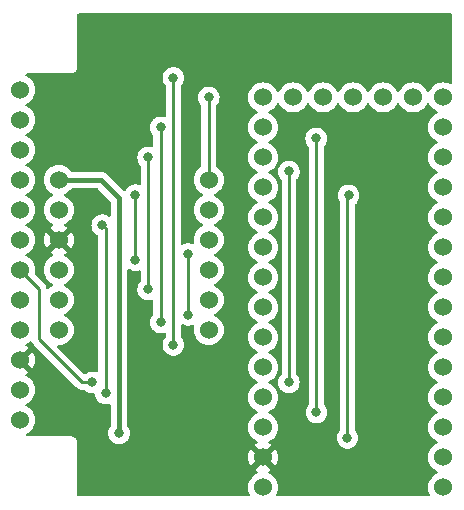
<source format=gbr>
%TF.GenerationSoftware,KiCad,Pcbnew,(6.0.4-0)*%
%TF.CreationDate,2022-08-04T12:40:34-05:00*%
%TF.ProjectId,pixel-frame-adapter,70697865-6c2d-4667-9261-6d652d616461,rev?*%
%TF.SameCoordinates,Original*%
%TF.FileFunction,Copper,L2,Bot*%
%TF.FilePolarity,Positive*%
%FSLAX46Y46*%
G04 Gerber Fmt 4.6, Leading zero omitted, Abs format (unit mm)*
G04 Created by KiCad (PCBNEW (6.0.4-0)) date 2022-08-04 12:40:34*
%MOMM*%
%LPD*%
G01*
G04 APERTURE LIST*
%TA.AperFunction,ComponentPad*%
%ADD10C,1.524000*%
%TD*%
%TA.AperFunction,ViaPad*%
%ADD11C,0.812800*%
%TD*%
%TA.AperFunction,ViaPad*%
%ADD12C,0.800000*%
%TD*%
%TA.AperFunction,Conductor*%
%ADD13C,0.228600*%
%TD*%
%TA.AperFunction,Conductor*%
%ADD14C,0.381000*%
%TD*%
%TA.AperFunction,Conductor*%
%ADD15C,0.250000*%
%TD*%
G04 APERTURE END LIST*
D10*
%TO.P,U3,1,CS*%
%TO.N,unconnected-(U3-Pad1)*%
X148844000Y-107042204D03*
%TO.P,U3,2,SDO*%
%TO.N,unconnected-(U3-Pad2)*%
X148844000Y-104502204D03*
%TO.P,U3,3,A1*%
%TO.N,unconnected-(U3-Pad3)*%
X148844000Y-101962204D03*
%TO.P,U3,4,A2*%
%TO.N,unconnected-(U3-Pad4)*%
X148844000Y-99422204D03*
%TO.P,U3,5,A3*%
%TO.N,unconnected-(U3-Pad5)*%
X148844000Y-96882204D03*
%TO.P,U3,6,INT_2*%
%TO.N,ACC_INT2*%
X148844000Y-94342204D03*
%TO.P,U3,7,VIN*%
%TO.N,+5V*%
X136144000Y-94342204D03*
%TO.P,U3,8,3V*%
%TO.N,unconnected-(U3-Pad8)*%
X136144000Y-96882204D03*
%TO.P,U3,9,GND*%
%TO.N,GND*%
X136144000Y-99422204D03*
%TO.P,U3,10,SCL*%
%TO.N,I2C_SCL*%
X136144000Y-101962204D03*
%TO.P,U3,11,SDA*%
%TO.N,I2C_SDA*%
X136144000Y-104502204D03*
%TO.P,U3,12,INT*%
%TO.N,ACC_INT*%
X136144000Y-107042204D03*
%TD*%
%TO.P,U2,1,RESET*%
%TO.N,unconnected-(U2-Pad1)*%
X168681400Y-120370600D03*
%TO.P,U2,2,3V3*%
%TO.N,unconnected-(U2-Pad2)*%
X168681400Y-117830600D03*
%TO.P,U2,3,AREF*%
%TO.N,unconnected-(U2-Pad3)*%
X168681400Y-115290600D03*
%TO.P,U2,4,VHI*%
%TO.N,+5V*%
X168681400Y-112750600D03*
%TO.P,U2,5,A0*%
%TO.N,BACKLIGHT*%
X168681400Y-110210600D03*
%TO.P,U2,6,A1*%
%TO.N,unconnected-(U2-Pad6)*%
X168681400Y-107670600D03*
%TO.P,U2,7,A2*%
%TO.N,unconnected-(U2-Pad7)*%
X168681400Y-105130600D03*
%TO.P,U2,8,A3*%
%TO.N,unconnected-(U2-Pad8)*%
X168681400Y-102590600D03*
%TO.P,U2,9,A4*%
%TO.N,unconnected-(U2-Pad9)*%
X168681400Y-100050600D03*
%TO.P,U2,10,A5*%
%TO.N,unconnected-(U2-Pad10)*%
X168681400Y-97510600D03*
%TO.P,U2,11,SCK*%
%TO.N,SPI_CLK*%
X168681400Y-94970600D03*
%TO.P,U2,12,MOSI*%
%TO.N,SPI_MOSI*%
X168681400Y-92430600D03*
%TO.P,U2,13,MISO*%
%TO.N,SD_CARD_MISO*%
X168681400Y-89890600D03*
%TO.P,U2,14,D2*%
%TO.N,SD_CARD_CS*%
X168681400Y-87350600D03*
%TO.P,U2,15,EN*%
%TO.N,unconnected-(U2-Pad15)*%
X166141400Y-87350600D03*
%TO.P,U2,16,SWDIO*%
%TO.N,unconnected-(U2-Pad16)*%
X163601400Y-87350600D03*
%TO.P,U2,17,SWCLK*%
%TO.N,unconnected-(U2-Pad17)*%
X161061400Y-87350600D03*
%TO.P,U2,18,D3*%
%TO.N,unconnected-(U2-Pad18)*%
X158521400Y-87350600D03*
%TO.P,U2,19,D4*%
%TO.N,unconnected-(U2-Pad19)*%
X155981400Y-87350600D03*
%TO.P,U2,20,D0*%
%TO.N,ACC_INT2*%
X153441400Y-87350600D03*
%TO.P,U2,21,D1*%
%TO.N,ACC_INT*%
X153441400Y-89890600D03*
%TO.P,U2,22,SDA*%
%TO.N,I2C_SDA*%
X153441400Y-92430600D03*
%TO.P,U2,23,SCL*%
%TO.N,I2C_SCL*%
X153441400Y-94970600D03*
%TO.P,U2,24,D5*%
%TO.N,unconnected-(U2-Pad24)*%
X153441400Y-97510600D03*
%TO.P,U2,25,D7*%
%TO.N,SPI_DC*%
X153441400Y-100050600D03*
%TO.P,U2,26,D9*%
%TO.N,unconnected-(U2-Pad26)*%
X153441400Y-102590600D03*
%TO.P,U2,27,D10*%
%TO.N,SPI_CS*%
X153441400Y-105130600D03*
%TO.P,U2,28,D11*%
%TO.N,unconnected-(U2-Pad28)*%
X153441400Y-107670600D03*
%TO.P,U2,29,D12*%
%TO.N,unconnected-(U2-Pad29)*%
X153441400Y-110210600D03*
%TO.P,U2,30,D13*%
%TO.N,RST*%
X153441400Y-112750600D03*
%TO.P,U2,31,VBUS*%
%TO.N,unconnected-(U2-Pad31)*%
X153441400Y-115290600D03*
%TO.P,U2,32,GND*%
%TO.N,GND*%
X153441400Y-117830600D03*
%TO.P,U2,33,VBAT*%
%TO.N,unconnected-(U2-Pad33)*%
X153441400Y-120370600D03*
%TD*%
%TO.P,U1,1,V+*%
%TO.N,+5V*%
X132867400Y-114662204D03*
%TO.P,U1,2,3V*%
%TO.N,unconnected-(U1-Pad2)*%
X132867400Y-112122204D03*
%TO.P,U1,3,G*%
%TO.N,GND*%
X132867400Y-109582204D03*
%TO.P,U1,4,CK*%
%TO.N,SPI_CLK*%
X132867400Y-107042204D03*
%TO.P,U1,5,SO*%
%TO.N,SD_CARD_MISO*%
X132867400Y-104502204D03*
%TO.P,U1,6,SI*%
%TO.N,SPI_MOSI*%
X132867400Y-101962204D03*
%TO.P,U1,7,TC*%
%TO.N,SPI_CS*%
X132867400Y-99422204D03*
%TO.P,U1,8,RT*%
%TO.N,RST*%
X132867400Y-96882204D03*
%TO.P,U1,9,DC*%
%TO.N,SPI_DC*%
X132867400Y-94342204D03*
%TO.P,U1,10,CC*%
%TO.N,SD_CARD_CS*%
X132867400Y-91802204D03*
%TO.P,U1,11,BL*%
%TO.N,Net-(JP1-Pad2)*%
X132867400Y-89262204D03*
%TO.P,U1,12,TE*%
%TO.N,unconnected-(U1-Pad12)*%
X132867400Y-86722204D03*
%TD*%
D11*
%TO.N,RST*%
X140106400Y-112395000D03*
X139827000Y-98171000D03*
%TO.N,BACKLIGHT*%
X145846800Y-108305600D03*
X145846800Y-85699600D03*
%TO.N,SPI_CS*%
X147091400Y-105765600D03*
X147091400Y-100609400D03*
%TO.N,I2C_SCL*%
X142621000Y-95631000D03*
X142621000Y-101117400D03*
%TO.N,I2C_SDA*%
X143713200Y-92430600D03*
X143713200Y-103606600D03*
%TO.N,ACC_INT*%
X144780000Y-89890600D03*
X144780000Y-106400600D03*
%TO.N,SPI_MOSI*%
X155625800Y-93624400D03*
X155625800Y-111480600D03*
X138988800Y-111480600D03*
%TO.N,SD_CARD_MISO*%
X157937200Y-90830400D03*
X157962600Y-114020600D03*
%TO.N,+5V*%
X141249400Y-115798600D03*
%TO.N,SPI_CLK*%
X160680400Y-95656400D03*
D12*
X160578800Y-116179600D03*
%TO.N,ACC_INT2*%
X148844000Y-87350600D03*
%TD*%
D13*
%TO.N,SD_CARD_MISO*%
X157962600Y-114020600D02*
X157937200Y-113995200D01*
X157937200Y-113995200D02*
X157937200Y-90830400D01*
%TO.N,SPI_MOSI*%
X138988800Y-111480600D02*
X138125200Y-111480600D01*
X138125200Y-111480600D02*
X134467596Y-107822996D01*
X134467596Y-107822996D02*
X134467596Y-103562400D01*
%TO.N,RST*%
X140106400Y-112395000D02*
X140106400Y-98450400D01*
X140106400Y-98450400D02*
X139827000Y-98171000D01*
%TO.N,BACKLIGHT*%
X145846800Y-85699600D02*
X145846800Y-108305600D01*
%TO.N,SPI_CS*%
X147091400Y-100609400D02*
X147091400Y-105765600D01*
%TO.N,I2C_SCL*%
X142621000Y-101117400D02*
X142621000Y-95631000D01*
%TO.N,I2C_SDA*%
X143713200Y-103606600D02*
X143713200Y-92430600D01*
%TO.N,ACC_INT*%
X144780000Y-106400600D02*
X144780000Y-89890600D01*
%TO.N,SPI_MOSI*%
X155625800Y-111480600D02*
X155625800Y-93624400D01*
X132867400Y-101962204D02*
X134467596Y-103562400D01*
%TO.N,SPI_CLK*%
X160604200Y-95732600D02*
X160680400Y-95656400D01*
X160578800Y-116179600D02*
X160578800Y-95758000D01*
X160578800Y-95758000D02*
X160604200Y-95732600D01*
D14*
%TO.N,+5V*%
X136144000Y-94342204D02*
X139706604Y-94342204D01*
X141249400Y-95885000D02*
X141249400Y-115798600D01*
X139706604Y-94342204D02*
X141249400Y-95885000D01*
D15*
%TO.N,ACC_INT2*%
X148844000Y-87350600D02*
X148844000Y-94342204D01*
%TD*%
%TA.AperFunction,Conductor*%
%TO.N,GND*%
G36*
X169385021Y-80259102D02*
G01*
X169431514Y-80312758D01*
X169442900Y-80365100D01*
X169442900Y-86106071D01*
X169422898Y-86174192D01*
X169369242Y-86220685D01*
X169298968Y-86230789D01*
X169263650Y-86220266D01*
X169122578Y-86154483D01*
X169122577Y-86154482D01*
X169117596Y-86152160D01*
X169112288Y-86150738D01*
X169112286Y-86150737D01*
X169046451Y-86133097D01*
X168902863Y-86094622D01*
X168681400Y-86075247D01*
X168459937Y-86094622D01*
X168316349Y-86133097D01*
X168250514Y-86150737D01*
X168250512Y-86150738D01*
X168245204Y-86152160D01*
X168240223Y-86154482D01*
X168240222Y-86154483D01*
X168048711Y-86243786D01*
X168048706Y-86243789D01*
X168043724Y-86246112D01*
X168039217Y-86249268D01*
X168039215Y-86249269D01*
X167866130Y-86370464D01*
X167866127Y-86370466D01*
X167861619Y-86373623D01*
X167704423Y-86530819D01*
X167576912Y-86712924D01*
X167574589Y-86717906D01*
X167574586Y-86717911D01*
X167525595Y-86822973D01*
X167478677Y-86876258D01*
X167410400Y-86895719D01*
X167342440Y-86875177D01*
X167297205Y-86822973D01*
X167248214Y-86717911D01*
X167248211Y-86717906D01*
X167245888Y-86712924D01*
X167118377Y-86530819D01*
X166961181Y-86373623D01*
X166956673Y-86370466D01*
X166956670Y-86370464D01*
X166880905Y-86317413D01*
X166779077Y-86246112D01*
X166774095Y-86243789D01*
X166774090Y-86243786D01*
X166582578Y-86154483D01*
X166582577Y-86154482D01*
X166577596Y-86152160D01*
X166572288Y-86150738D01*
X166572286Y-86150737D01*
X166506451Y-86133097D01*
X166362863Y-86094622D01*
X166141400Y-86075247D01*
X165919937Y-86094622D01*
X165776349Y-86133097D01*
X165710514Y-86150737D01*
X165710512Y-86150738D01*
X165705204Y-86152160D01*
X165700223Y-86154482D01*
X165700222Y-86154483D01*
X165508711Y-86243786D01*
X165508706Y-86243789D01*
X165503724Y-86246112D01*
X165499217Y-86249268D01*
X165499215Y-86249269D01*
X165326130Y-86370464D01*
X165326127Y-86370466D01*
X165321619Y-86373623D01*
X165164423Y-86530819D01*
X165036912Y-86712924D01*
X165034589Y-86717906D01*
X165034586Y-86717911D01*
X164985595Y-86822973D01*
X164938677Y-86876258D01*
X164870400Y-86895719D01*
X164802440Y-86875177D01*
X164757205Y-86822973D01*
X164708214Y-86717911D01*
X164708211Y-86717906D01*
X164705888Y-86712924D01*
X164578377Y-86530819D01*
X164421181Y-86373623D01*
X164416673Y-86370466D01*
X164416670Y-86370464D01*
X164340905Y-86317413D01*
X164239077Y-86246112D01*
X164234095Y-86243789D01*
X164234090Y-86243786D01*
X164042578Y-86154483D01*
X164042577Y-86154482D01*
X164037596Y-86152160D01*
X164032288Y-86150738D01*
X164032286Y-86150737D01*
X163966451Y-86133097D01*
X163822863Y-86094622D01*
X163601400Y-86075247D01*
X163379937Y-86094622D01*
X163236349Y-86133097D01*
X163170514Y-86150737D01*
X163170512Y-86150738D01*
X163165204Y-86152160D01*
X163160223Y-86154482D01*
X163160222Y-86154483D01*
X162968711Y-86243786D01*
X162968706Y-86243789D01*
X162963724Y-86246112D01*
X162959217Y-86249268D01*
X162959215Y-86249269D01*
X162786130Y-86370464D01*
X162786127Y-86370466D01*
X162781619Y-86373623D01*
X162624423Y-86530819D01*
X162496912Y-86712924D01*
X162494589Y-86717906D01*
X162494586Y-86717911D01*
X162445595Y-86822973D01*
X162398677Y-86876258D01*
X162330400Y-86895719D01*
X162262440Y-86875177D01*
X162217205Y-86822973D01*
X162168214Y-86717911D01*
X162168211Y-86717906D01*
X162165888Y-86712924D01*
X162038377Y-86530819D01*
X161881181Y-86373623D01*
X161876673Y-86370466D01*
X161876670Y-86370464D01*
X161800905Y-86317413D01*
X161699077Y-86246112D01*
X161694095Y-86243789D01*
X161694090Y-86243786D01*
X161502578Y-86154483D01*
X161502577Y-86154482D01*
X161497596Y-86152160D01*
X161492288Y-86150738D01*
X161492286Y-86150737D01*
X161426451Y-86133097D01*
X161282863Y-86094622D01*
X161061400Y-86075247D01*
X160839937Y-86094622D01*
X160696349Y-86133097D01*
X160630514Y-86150737D01*
X160630512Y-86150738D01*
X160625204Y-86152160D01*
X160620223Y-86154482D01*
X160620222Y-86154483D01*
X160428711Y-86243786D01*
X160428706Y-86243789D01*
X160423724Y-86246112D01*
X160419217Y-86249268D01*
X160419215Y-86249269D01*
X160246130Y-86370464D01*
X160246127Y-86370466D01*
X160241619Y-86373623D01*
X160084423Y-86530819D01*
X159956912Y-86712924D01*
X159954589Y-86717906D01*
X159954586Y-86717911D01*
X159905595Y-86822973D01*
X159858677Y-86876258D01*
X159790400Y-86895719D01*
X159722440Y-86875177D01*
X159677205Y-86822973D01*
X159628214Y-86717911D01*
X159628211Y-86717906D01*
X159625888Y-86712924D01*
X159498377Y-86530819D01*
X159341181Y-86373623D01*
X159336673Y-86370466D01*
X159336670Y-86370464D01*
X159260905Y-86317413D01*
X159159077Y-86246112D01*
X159154095Y-86243789D01*
X159154090Y-86243786D01*
X158962578Y-86154483D01*
X158962577Y-86154482D01*
X158957596Y-86152160D01*
X158952288Y-86150738D01*
X158952286Y-86150737D01*
X158886451Y-86133097D01*
X158742863Y-86094622D01*
X158521400Y-86075247D01*
X158299937Y-86094622D01*
X158156349Y-86133097D01*
X158090514Y-86150737D01*
X158090512Y-86150738D01*
X158085204Y-86152160D01*
X158080223Y-86154482D01*
X158080222Y-86154483D01*
X157888711Y-86243786D01*
X157888706Y-86243789D01*
X157883724Y-86246112D01*
X157879217Y-86249268D01*
X157879215Y-86249269D01*
X157706130Y-86370464D01*
X157706127Y-86370466D01*
X157701619Y-86373623D01*
X157544423Y-86530819D01*
X157416912Y-86712924D01*
X157414589Y-86717906D01*
X157414586Y-86717911D01*
X157365595Y-86822973D01*
X157318677Y-86876258D01*
X157250400Y-86895719D01*
X157182440Y-86875177D01*
X157137205Y-86822973D01*
X157088214Y-86717911D01*
X157088211Y-86717906D01*
X157085888Y-86712924D01*
X156958377Y-86530819D01*
X156801181Y-86373623D01*
X156796673Y-86370466D01*
X156796670Y-86370464D01*
X156720905Y-86317413D01*
X156619077Y-86246112D01*
X156614095Y-86243789D01*
X156614090Y-86243786D01*
X156422578Y-86154483D01*
X156422577Y-86154482D01*
X156417596Y-86152160D01*
X156412288Y-86150738D01*
X156412286Y-86150737D01*
X156346451Y-86133097D01*
X156202863Y-86094622D01*
X155981400Y-86075247D01*
X155759937Y-86094622D01*
X155616349Y-86133097D01*
X155550514Y-86150737D01*
X155550512Y-86150738D01*
X155545204Y-86152160D01*
X155540223Y-86154482D01*
X155540222Y-86154483D01*
X155348711Y-86243786D01*
X155348706Y-86243789D01*
X155343724Y-86246112D01*
X155339217Y-86249268D01*
X155339215Y-86249269D01*
X155166130Y-86370464D01*
X155166127Y-86370466D01*
X155161619Y-86373623D01*
X155004423Y-86530819D01*
X154876912Y-86712924D01*
X154874589Y-86717906D01*
X154874586Y-86717911D01*
X154825595Y-86822973D01*
X154778677Y-86876258D01*
X154710400Y-86895719D01*
X154642440Y-86875177D01*
X154597205Y-86822973D01*
X154548214Y-86717911D01*
X154548211Y-86717906D01*
X154545888Y-86712924D01*
X154418377Y-86530819D01*
X154261181Y-86373623D01*
X154256673Y-86370466D01*
X154256670Y-86370464D01*
X154180905Y-86317413D01*
X154079077Y-86246112D01*
X154074095Y-86243789D01*
X154074090Y-86243786D01*
X153882578Y-86154483D01*
X153882577Y-86154482D01*
X153877596Y-86152160D01*
X153872288Y-86150738D01*
X153872286Y-86150737D01*
X153806451Y-86133097D01*
X153662863Y-86094622D01*
X153441400Y-86075247D01*
X153219937Y-86094622D01*
X153076349Y-86133097D01*
X153010514Y-86150737D01*
X153010512Y-86150738D01*
X153005204Y-86152160D01*
X153000223Y-86154482D01*
X153000222Y-86154483D01*
X152808711Y-86243786D01*
X152808706Y-86243789D01*
X152803724Y-86246112D01*
X152799217Y-86249268D01*
X152799215Y-86249269D01*
X152626130Y-86370464D01*
X152626127Y-86370466D01*
X152621619Y-86373623D01*
X152464423Y-86530819D01*
X152336912Y-86712924D01*
X152334589Y-86717906D01*
X152334586Y-86717911D01*
X152287273Y-86819374D01*
X152242960Y-86914404D01*
X152185422Y-87129137D01*
X152166047Y-87350600D01*
X152185422Y-87572063D01*
X152242960Y-87786796D01*
X152245282Y-87791777D01*
X152245283Y-87791778D01*
X152334586Y-87983289D01*
X152334589Y-87983294D01*
X152336912Y-87988276D01*
X152340068Y-87992783D01*
X152340069Y-87992785D01*
X152368103Y-88032821D01*
X152464423Y-88170381D01*
X152621619Y-88327577D01*
X152626127Y-88330734D01*
X152626130Y-88330736D01*
X152679900Y-88368386D01*
X152803723Y-88455088D01*
X152808705Y-88457411D01*
X152808710Y-88457414D01*
X152913773Y-88506405D01*
X152967058Y-88553322D01*
X152986519Y-88621599D01*
X152965977Y-88689559D01*
X152913773Y-88734795D01*
X152808711Y-88783786D01*
X152808706Y-88783789D01*
X152803724Y-88786112D01*
X152799217Y-88789268D01*
X152799215Y-88789269D01*
X152626130Y-88910464D01*
X152626127Y-88910466D01*
X152621619Y-88913623D01*
X152464423Y-89070819D01*
X152461266Y-89075327D01*
X152461264Y-89075330D01*
X152365664Y-89211862D01*
X152336912Y-89252924D01*
X152334589Y-89257906D01*
X152334586Y-89257911D01*
X152289037Y-89355591D01*
X152242960Y-89454404D01*
X152185422Y-89669137D01*
X152166047Y-89890600D01*
X152185422Y-90112063D01*
X152242960Y-90326796D01*
X152245282Y-90331777D01*
X152245283Y-90331778D01*
X152334586Y-90523289D01*
X152334589Y-90523294D01*
X152336912Y-90528276D01*
X152340068Y-90532783D01*
X152340069Y-90532785D01*
X152419132Y-90645698D01*
X152464423Y-90710381D01*
X152621619Y-90867577D01*
X152626127Y-90870734D01*
X152626130Y-90870736D01*
X152679900Y-90908386D01*
X152803723Y-90995088D01*
X152808705Y-90997411D01*
X152808710Y-90997414D01*
X152913773Y-91046405D01*
X152967058Y-91093322D01*
X152986519Y-91161599D01*
X152965977Y-91229559D01*
X152913773Y-91274795D01*
X152808711Y-91323786D01*
X152808706Y-91323789D01*
X152803724Y-91326112D01*
X152799217Y-91329268D01*
X152799215Y-91329269D01*
X152626130Y-91450464D01*
X152626127Y-91450466D01*
X152621619Y-91453623D01*
X152464423Y-91610819D01*
X152461266Y-91615327D01*
X152461264Y-91615330D01*
X152365664Y-91751862D01*
X152336912Y-91792924D01*
X152334589Y-91797906D01*
X152334586Y-91797911D01*
X152289037Y-91895591D01*
X152242960Y-91994404D01*
X152185422Y-92209137D01*
X152166047Y-92430600D01*
X152185422Y-92652063D01*
X152201180Y-92710872D01*
X152233527Y-92831590D01*
X152242960Y-92866796D01*
X152245282Y-92871777D01*
X152245283Y-92871778D01*
X152334586Y-93063289D01*
X152334589Y-93063294D01*
X152336912Y-93068276D01*
X152340068Y-93072783D01*
X152340069Y-93072785D01*
X152454192Y-93235769D01*
X152464423Y-93250381D01*
X152621619Y-93407577D01*
X152626127Y-93410734D01*
X152626130Y-93410736D01*
X152658118Y-93433134D01*
X152803723Y-93535088D01*
X152808705Y-93537411D01*
X152808710Y-93537414D01*
X152913773Y-93586405D01*
X152967058Y-93633322D01*
X152986519Y-93701599D01*
X152965977Y-93769559D01*
X152913773Y-93814795D01*
X152808711Y-93863786D01*
X152808706Y-93863789D01*
X152803724Y-93866112D01*
X152799217Y-93869268D01*
X152799215Y-93869269D01*
X152626130Y-93990464D01*
X152626127Y-93990466D01*
X152621619Y-93993623D01*
X152464423Y-94150819D01*
X152461266Y-94155327D01*
X152461264Y-94155330D01*
X152359960Y-94300008D01*
X152336912Y-94332924D01*
X152334589Y-94337906D01*
X152334586Y-94337911D01*
X152245283Y-94529422D01*
X152242960Y-94534404D01*
X152185422Y-94749137D01*
X152166047Y-94970600D01*
X152185422Y-95192063D01*
X152242960Y-95406796D01*
X152245282Y-95411777D01*
X152245283Y-95411778D01*
X152334586Y-95603289D01*
X152334589Y-95603294D01*
X152336912Y-95608276D01*
X152340068Y-95612783D01*
X152340069Y-95612785D01*
X152375206Y-95662965D01*
X152464423Y-95790381D01*
X152621619Y-95947577D01*
X152626127Y-95950734D01*
X152626130Y-95950736D01*
X152679900Y-95988386D01*
X152803723Y-96075088D01*
X152808705Y-96077411D01*
X152808710Y-96077414D01*
X152913773Y-96126405D01*
X152967058Y-96173322D01*
X152986519Y-96241599D01*
X152965977Y-96309559D01*
X152913773Y-96354795D01*
X152808711Y-96403786D01*
X152808706Y-96403789D01*
X152803724Y-96406112D01*
X152799217Y-96409268D01*
X152799215Y-96409269D01*
X152626130Y-96530464D01*
X152626127Y-96530466D01*
X152621619Y-96533623D01*
X152464423Y-96690819D01*
X152336912Y-96872924D01*
X152334589Y-96877906D01*
X152334586Y-96877911D01*
X152245283Y-97069422D01*
X152242960Y-97074404D01*
X152185422Y-97289137D01*
X152166047Y-97510600D01*
X152185422Y-97732063D01*
X152242960Y-97946796D01*
X152245282Y-97951777D01*
X152245283Y-97951778D01*
X152334586Y-98143289D01*
X152334589Y-98143294D01*
X152336912Y-98148276D01*
X152340068Y-98152783D01*
X152340069Y-98152785D01*
X152458069Y-98321306D01*
X152464423Y-98330381D01*
X152621619Y-98487577D01*
X152626127Y-98490734D01*
X152626130Y-98490736D01*
X152679900Y-98528386D01*
X152803723Y-98615088D01*
X152808705Y-98617411D01*
X152808710Y-98617414D01*
X152913773Y-98666405D01*
X152967058Y-98713322D01*
X152986519Y-98781599D01*
X152965977Y-98849559D01*
X152913773Y-98894795D01*
X152808711Y-98943786D01*
X152808706Y-98943789D01*
X152803724Y-98946112D01*
X152799217Y-98949268D01*
X152799215Y-98949269D01*
X152626130Y-99070464D01*
X152626127Y-99070466D01*
X152621619Y-99073623D01*
X152464423Y-99230819D01*
X152336912Y-99412924D01*
X152334589Y-99417906D01*
X152334586Y-99417911D01*
X152328117Y-99431784D01*
X152242960Y-99614404D01*
X152241538Y-99619712D01*
X152241537Y-99619714D01*
X152236587Y-99638188D01*
X152185422Y-99829137D01*
X152166047Y-100050600D01*
X152185422Y-100272063D01*
X152186846Y-100277376D01*
X152238054Y-100468485D01*
X152242960Y-100486796D01*
X152245282Y-100491777D01*
X152245283Y-100491778D01*
X152334586Y-100683289D01*
X152334589Y-100683294D01*
X152336912Y-100688276D01*
X152340068Y-100692783D01*
X152340069Y-100692785D01*
X152457768Y-100860876D01*
X152464423Y-100870381D01*
X152621619Y-101027577D01*
X152626127Y-101030734D01*
X152626130Y-101030736D01*
X152679900Y-101068386D01*
X152803723Y-101155088D01*
X152808705Y-101157411D01*
X152808710Y-101157414D01*
X152913773Y-101206405D01*
X152967058Y-101253322D01*
X152986519Y-101321599D01*
X152965977Y-101389559D01*
X152913773Y-101434795D01*
X152808711Y-101483786D01*
X152808706Y-101483789D01*
X152803724Y-101486112D01*
X152799217Y-101489268D01*
X152799215Y-101489269D01*
X152626130Y-101610464D01*
X152626127Y-101610466D01*
X152621619Y-101613623D01*
X152464423Y-101770819D01*
X152461266Y-101775327D01*
X152461264Y-101775330D01*
X152364103Y-101914091D01*
X152336912Y-101952924D01*
X152334589Y-101957906D01*
X152334586Y-101957911D01*
X152300538Y-102030928D01*
X152242960Y-102154404D01*
X152241538Y-102159712D01*
X152241537Y-102159714D01*
X152235119Y-102183667D01*
X152185422Y-102369137D01*
X152166047Y-102590600D01*
X152185422Y-102812063D01*
X152242960Y-103026796D01*
X152245282Y-103031777D01*
X152245283Y-103031778D01*
X152334586Y-103223289D01*
X152334589Y-103223294D01*
X152336912Y-103228276D01*
X152340068Y-103232783D01*
X152340069Y-103232785D01*
X152429451Y-103360435D01*
X152464423Y-103410381D01*
X152621619Y-103567577D01*
X152626127Y-103570734D01*
X152626130Y-103570736D01*
X152677299Y-103606565D01*
X152803723Y-103695088D01*
X152808705Y-103697411D01*
X152808710Y-103697414D01*
X152913773Y-103746405D01*
X152967058Y-103793322D01*
X152986519Y-103861599D01*
X152965977Y-103929559D01*
X152913773Y-103974795D01*
X152808711Y-104023786D01*
X152808706Y-104023789D01*
X152803724Y-104026112D01*
X152799217Y-104029268D01*
X152799215Y-104029269D01*
X152626130Y-104150464D01*
X152626127Y-104150466D01*
X152621619Y-104153623D01*
X152464423Y-104310819D01*
X152461266Y-104315327D01*
X152461264Y-104315330D01*
X152343940Y-104482887D01*
X152336912Y-104492924D01*
X152334589Y-104497906D01*
X152334586Y-104497911D01*
X152285901Y-104602317D01*
X152242960Y-104694404D01*
X152185422Y-104909137D01*
X152166047Y-105130600D01*
X152185422Y-105352063D01*
X152212823Y-105454324D01*
X152239536Y-105554016D01*
X152242960Y-105566796D01*
X152245282Y-105571777D01*
X152245283Y-105571778D01*
X152334586Y-105763289D01*
X152334589Y-105763294D01*
X152336912Y-105768276D01*
X152340068Y-105772783D01*
X152340069Y-105772785D01*
X152458809Y-105942363D01*
X152464423Y-105950381D01*
X152621619Y-106107577D01*
X152626127Y-106110734D01*
X152626130Y-106110736D01*
X152679900Y-106148386D01*
X152803723Y-106235088D01*
X152808705Y-106237411D01*
X152808710Y-106237414D01*
X152913773Y-106286405D01*
X152967058Y-106333322D01*
X152986519Y-106401599D01*
X152965977Y-106469559D01*
X152913773Y-106514795D01*
X152808711Y-106563786D01*
X152808706Y-106563789D01*
X152803724Y-106566112D01*
X152799217Y-106569268D01*
X152799215Y-106569269D01*
X152626130Y-106690464D01*
X152626127Y-106690466D01*
X152621619Y-106693623D01*
X152464423Y-106850819D01*
X152461266Y-106855327D01*
X152461264Y-106855330D01*
X152397612Y-106946235D01*
X152336912Y-107032924D01*
X152334589Y-107037906D01*
X152334586Y-107037911D01*
X152245283Y-107229422D01*
X152242960Y-107234404D01*
X152185422Y-107449137D01*
X152166047Y-107670600D01*
X152185422Y-107892063D01*
X152186846Y-107897376D01*
X152240559Y-108097834D01*
X152242960Y-108106796D01*
X152245282Y-108111777D01*
X152245283Y-108111778D01*
X152334586Y-108303289D01*
X152334589Y-108303294D01*
X152336912Y-108308276D01*
X152340068Y-108312783D01*
X152340069Y-108312785D01*
X152458069Y-108481306D01*
X152464423Y-108490381D01*
X152621619Y-108647577D01*
X152626127Y-108650734D01*
X152626130Y-108650736D01*
X152675773Y-108685496D01*
X152803723Y-108775088D01*
X152808705Y-108777411D01*
X152808710Y-108777414D01*
X152913773Y-108826405D01*
X152967058Y-108873322D01*
X152986519Y-108941599D01*
X152965977Y-109009559D01*
X152913773Y-109054795D01*
X152808711Y-109103786D01*
X152808706Y-109103789D01*
X152803724Y-109106112D01*
X152799217Y-109109268D01*
X152799215Y-109109269D01*
X152626130Y-109230464D01*
X152626127Y-109230466D01*
X152621619Y-109233623D01*
X152464423Y-109390819D01*
X152461266Y-109395327D01*
X152461264Y-109395330D01*
X152340069Y-109568415D01*
X152336912Y-109572924D01*
X152334589Y-109577906D01*
X152334586Y-109577911D01*
X152245283Y-109769422D01*
X152242960Y-109774404D01*
X152241538Y-109779712D01*
X152241537Y-109779714D01*
X152233718Y-109808895D01*
X152185422Y-109989137D01*
X152166047Y-110210600D01*
X152185422Y-110432063D01*
X152186846Y-110437376D01*
X152238054Y-110628485D01*
X152242960Y-110646796D01*
X152245282Y-110651777D01*
X152245283Y-110651778D01*
X152334586Y-110843289D01*
X152334589Y-110843294D01*
X152336912Y-110848276D01*
X152340068Y-110852783D01*
X152340069Y-110852785D01*
X152405053Y-110945591D01*
X152464423Y-111030381D01*
X152621619Y-111187577D01*
X152626127Y-111190734D01*
X152626130Y-111190736D01*
X152679900Y-111228386D01*
X152803723Y-111315088D01*
X152808705Y-111317411D01*
X152808710Y-111317414D01*
X152913773Y-111366405D01*
X152967058Y-111413322D01*
X152986519Y-111481599D01*
X152965977Y-111549559D01*
X152913773Y-111594795D01*
X152808711Y-111643786D01*
X152808706Y-111643789D01*
X152803724Y-111646112D01*
X152799217Y-111649268D01*
X152799215Y-111649269D01*
X152626130Y-111770464D01*
X152626127Y-111770466D01*
X152621619Y-111773623D01*
X152464423Y-111930819D01*
X152461266Y-111935327D01*
X152461264Y-111935330D01*
X152367543Y-112069178D01*
X152336912Y-112112924D01*
X152334589Y-112117906D01*
X152334586Y-112117911D01*
X152311168Y-112168132D01*
X152242960Y-112314404D01*
X152185422Y-112529137D01*
X152166047Y-112750600D01*
X152185422Y-112972063D01*
X152242960Y-113186796D01*
X152245282Y-113191777D01*
X152245283Y-113191778D01*
X152334586Y-113383289D01*
X152334589Y-113383294D01*
X152336912Y-113388276D01*
X152340068Y-113392783D01*
X152340069Y-113392785D01*
X152405053Y-113485591D01*
X152464423Y-113570381D01*
X152621619Y-113727577D01*
X152626127Y-113730734D01*
X152626130Y-113730736D01*
X152679900Y-113768386D01*
X152803723Y-113855088D01*
X152808705Y-113857411D01*
X152808710Y-113857414D01*
X152913773Y-113906405D01*
X152967058Y-113953322D01*
X152986519Y-114021599D01*
X152965977Y-114089559D01*
X152913773Y-114134795D01*
X152808711Y-114183786D01*
X152808706Y-114183789D01*
X152803724Y-114186112D01*
X152799217Y-114189268D01*
X152799215Y-114189269D01*
X152626130Y-114310464D01*
X152626127Y-114310466D01*
X152621619Y-114313623D01*
X152464423Y-114470819D01*
X152461266Y-114475327D01*
X152461264Y-114475330D01*
X152397612Y-114566235D01*
X152336912Y-114652924D01*
X152334589Y-114657906D01*
X152334586Y-114657911D01*
X152311168Y-114708132D01*
X152242960Y-114854404D01*
X152185422Y-115069137D01*
X152166047Y-115290600D01*
X152185422Y-115512063D01*
X152242960Y-115726796D01*
X152245282Y-115731777D01*
X152245283Y-115731778D01*
X152334586Y-115923289D01*
X152334589Y-115923294D01*
X152336912Y-115928276D01*
X152340068Y-115932783D01*
X152340069Y-115932785D01*
X152453127Y-116094248D01*
X152464423Y-116110381D01*
X152621619Y-116267577D01*
X152626127Y-116270734D01*
X152626130Y-116270736D01*
X152679900Y-116308386D01*
X152803723Y-116395088D01*
X152808705Y-116397411D01*
X152808710Y-116397414D01*
X152914365Y-116446681D01*
X152967650Y-116493598D01*
X152987111Y-116561875D01*
X152966569Y-116629835D01*
X152914365Y-116675071D01*
X152808959Y-116724223D01*
X152799468Y-116729703D01*
X152755635Y-116760394D01*
X152747260Y-116770871D01*
X152754328Y-116784318D01*
X153428588Y-117458578D01*
X153442532Y-117466192D01*
X153444365Y-117466061D01*
X153450980Y-117461810D01*
X154129193Y-116783597D01*
X154135623Y-116771823D01*
X154126326Y-116759807D01*
X154083331Y-116729702D01*
X154073845Y-116724224D01*
X153968435Y-116675071D01*
X153915150Y-116628154D01*
X153895689Y-116559877D01*
X153916231Y-116491917D01*
X153968435Y-116446681D01*
X154074090Y-116397414D01*
X154074095Y-116397411D01*
X154079077Y-116395088D01*
X154202900Y-116308386D01*
X154256670Y-116270736D01*
X154256673Y-116270734D01*
X154261181Y-116267577D01*
X154349158Y-116179600D01*
X159665296Y-116179600D01*
X159665986Y-116186165D01*
X159683293Y-116350829D01*
X159685258Y-116369528D01*
X159744273Y-116551156D01*
X159747576Y-116556878D01*
X159747577Y-116556879D01*
X159752816Y-116565953D01*
X159839760Y-116716544D01*
X159844178Y-116721451D01*
X159844179Y-116721452D01*
X159851608Y-116729703D01*
X159967547Y-116858466D01*
X160122048Y-116970718D01*
X160128076Y-116973402D01*
X160128078Y-116973403D01*
X160290481Y-117045709D01*
X160296512Y-117048394D01*
X160389913Y-117068247D01*
X160476856Y-117086728D01*
X160476861Y-117086728D01*
X160483313Y-117088100D01*
X160674287Y-117088100D01*
X160680739Y-117086728D01*
X160680744Y-117086728D01*
X160767687Y-117068247D01*
X160861088Y-117048394D01*
X160867119Y-117045709D01*
X161029522Y-116973403D01*
X161029524Y-116973402D01*
X161035552Y-116970718D01*
X161190053Y-116858466D01*
X161305992Y-116729703D01*
X161313421Y-116721452D01*
X161313422Y-116721451D01*
X161317840Y-116716544D01*
X161404784Y-116565953D01*
X161410023Y-116556879D01*
X161410024Y-116556878D01*
X161413327Y-116551156D01*
X161472342Y-116369528D01*
X161474308Y-116350829D01*
X161491614Y-116186165D01*
X161492304Y-116179600D01*
X161485515Y-116115006D01*
X161473032Y-115996235D01*
X161473032Y-115996233D01*
X161472342Y-115989672D01*
X161413327Y-115808044D01*
X161407875Y-115798600D01*
X161321141Y-115648374D01*
X161317840Y-115642656D01*
X161233964Y-115549502D01*
X161203246Y-115485495D01*
X161201600Y-115465192D01*
X161201600Y-96472805D01*
X161221602Y-96404684D01*
X161253538Y-96370870D01*
X161295960Y-96340049D01*
X161362570Y-96266071D01*
X161420228Y-96202035D01*
X161420229Y-96202034D01*
X161424647Y-96197127D01*
X161520807Y-96030573D01*
X161580237Y-95847666D01*
X161600340Y-95656400D01*
X161588447Y-95543245D01*
X161580927Y-95471698D01*
X161580927Y-95471697D01*
X161580237Y-95465134D01*
X161520807Y-95282227D01*
X161424647Y-95115673D01*
X161390825Y-95078109D01*
X161300382Y-94977662D01*
X161300381Y-94977661D01*
X161295960Y-94972751D01*
X161290618Y-94968870D01*
X161290616Y-94968868D01*
X161145712Y-94863590D01*
X161145711Y-94863589D01*
X161140370Y-94859709D01*
X161134342Y-94857025D01*
X161134340Y-94857024D01*
X160970708Y-94784170D01*
X160970706Y-94784169D01*
X160964677Y-94781485D01*
X160857810Y-94758770D01*
X160783017Y-94742872D01*
X160783013Y-94742872D01*
X160776560Y-94741500D01*
X160584240Y-94741500D01*
X160577787Y-94742872D01*
X160577783Y-94742872D01*
X160502990Y-94758770D01*
X160396123Y-94781485D01*
X160390094Y-94784169D01*
X160390092Y-94784170D01*
X160226460Y-94857024D01*
X160226458Y-94857025D01*
X160220430Y-94859709D01*
X160215089Y-94863589D01*
X160215088Y-94863590D01*
X160070184Y-94968868D01*
X160070182Y-94968870D01*
X160064840Y-94972751D01*
X160060419Y-94977661D01*
X160060418Y-94977662D01*
X159969976Y-95078109D01*
X159936153Y-95115673D01*
X159839993Y-95282227D01*
X159780563Y-95465134D01*
X159779873Y-95471697D01*
X159779873Y-95471698D01*
X159772353Y-95543245D01*
X159760460Y-95656400D01*
X159780563Y-95847666D01*
X159839993Y-96030573D01*
X159843296Y-96036295D01*
X159843297Y-96036296D01*
X159936153Y-96197127D01*
X159934720Y-96197954D01*
X159955794Y-96257011D01*
X159956000Y-96264209D01*
X159956000Y-115465192D01*
X159935998Y-115533313D01*
X159923636Y-115549502D01*
X159839760Y-115642656D01*
X159836459Y-115648374D01*
X159749726Y-115798600D01*
X159744273Y-115808044D01*
X159685258Y-115989672D01*
X159684568Y-115996233D01*
X159684568Y-115996235D01*
X159672085Y-116115006D01*
X159665296Y-116179600D01*
X154349158Y-116179600D01*
X154418377Y-116110381D01*
X154429674Y-116094248D01*
X154542731Y-115932785D01*
X154542732Y-115932783D01*
X154545888Y-115928276D01*
X154548211Y-115923294D01*
X154548214Y-115923289D01*
X154637517Y-115731778D01*
X154637518Y-115731777D01*
X154639840Y-115726796D01*
X154697378Y-115512063D01*
X154716753Y-115290600D01*
X154697378Y-115069137D01*
X154639840Y-114854404D01*
X154571632Y-114708132D01*
X154548214Y-114657911D01*
X154548211Y-114657906D01*
X154545888Y-114652924D01*
X154485188Y-114566235D01*
X154421536Y-114475330D01*
X154421534Y-114475327D01*
X154418377Y-114470819D01*
X154261181Y-114313623D01*
X154256673Y-114310466D01*
X154256670Y-114310464D01*
X154180905Y-114257413D01*
X154079077Y-114186112D01*
X154074095Y-114183789D01*
X154074090Y-114183786D01*
X153969027Y-114134795D01*
X153915742Y-114087878D01*
X153896281Y-114019601D01*
X153916823Y-113951641D01*
X153969027Y-113906405D01*
X154074090Y-113857414D01*
X154074095Y-113857411D01*
X154079077Y-113855088D01*
X154202900Y-113768386D01*
X154256670Y-113730736D01*
X154256673Y-113730734D01*
X154261181Y-113727577D01*
X154418377Y-113570381D01*
X154477748Y-113485591D01*
X154542731Y-113392785D01*
X154542732Y-113392783D01*
X154545888Y-113388276D01*
X154548211Y-113383294D01*
X154548214Y-113383289D01*
X154637517Y-113191778D01*
X154637518Y-113191777D01*
X154639840Y-113186796D01*
X154697378Y-112972063D01*
X154716753Y-112750600D01*
X154697378Y-112529137D01*
X154639840Y-112314404D01*
X154571632Y-112168132D01*
X154548214Y-112117911D01*
X154548211Y-112117906D01*
X154545888Y-112112924D01*
X154515257Y-112069178D01*
X154421536Y-111935330D01*
X154421534Y-111935327D01*
X154418377Y-111930819D01*
X154261181Y-111773623D01*
X154256673Y-111770466D01*
X154256670Y-111770464D01*
X154180905Y-111717413D01*
X154079077Y-111646112D01*
X154074095Y-111643789D01*
X154074090Y-111643786D01*
X153969027Y-111594795D01*
X153915742Y-111547878D01*
X153896566Y-111480600D01*
X154705860Y-111480600D01*
X154725963Y-111671866D01*
X154785393Y-111854773D01*
X154881553Y-112021327D01*
X154885971Y-112026234D01*
X154885972Y-112026235D01*
X154955955Y-112103959D01*
X155010240Y-112164249D01*
X155015582Y-112168130D01*
X155015584Y-112168132D01*
X155160488Y-112273410D01*
X155165830Y-112277291D01*
X155171858Y-112279975D01*
X155171860Y-112279976D01*
X155261113Y-112319714D01*
X155341523Y-112355515D01*
X155435582Y-112375508D01*
X155523183Y-112394128D01*
X155523187Y-112394128D01*
X155529640Y-112395500D01*
X155721960Y-112395500D01*
X155728413Y-112394128D01*
X155728417Y-112394128D01*
X155816018Y-112375508D01*
X155910077Y-112355515D01*
X155990487Y-112319714D01*
X156079740Y-112279976D01*
X156079742Y-112279975D01*
X156085770Y-112277291D01*
X156091112Y-112273410D01*
X156236016Y-112168132D01*
X156236018Y-112168130D01*
X156241360Y-112164249D01*
X156295645Y-112103959D01*
X156365628Y-112026235D01*
X156365629Y-112026234D01*
X156370047Y-112021327D01*
X156466207Y-111854773D01*
X156525637Y-111671866D01*
X156545740Y-111480600D01*
X156525637Y-111289334D01*
X156466207Y-111106427D01*
X156370047Y-110939873D01*
X156355543Y-110923764D01*
X156280964Y-110840936D01*
X156250246Y-110776929D01*
X156248600Y-110756626D01*
X156248600Y-94348374D01*
X156268602Y-94280253D01*
X156280964Y-94264064D01*
X156365628Y-94170035D01*
X156365629Y-94170034D01*
X156370047Y-94165127D01*
X156466207Y-93998573D01*
X156525637Y-93815666D01*
X156529301Y-93780811D01*
X156545050Y-93630965D01*
X156545740Y-93624400D01*
X156525637Y-93433134D01*
X156518360Y-93410736D01*
X156468249Y-93256512D01*
X156466207Y-93250227D01*
X156460807Y-93240873D01*
X156406082Y-93146087D01*
X156370047Y-93083673D01*
X156360244Y-93072785D01*
X156245782Y-92945662D01*
X156245781Y-92945661D01*
X156241360Y-92940751D01*
X156236018Y-92936870D01*
X156236016Y-92936868D01*
X156091112Y-92831590D01*
X156091111Y-92831589D01*
X156085770Y-92827709D01*
X156079742Y-92825025D01*
X156079740Y-92825024D01*
X155916108Y-92752170D01*
X155916106Y-92752169D01*
X155910077Y-92749485D01*
X155816018Y-92729492D01*
X155728417Y-92710872D01*
X155728413Y-92710872D01*
X155721960Y-92709500D01*
X155529640Y-92709500D01*
X155523187Y-92710872D01*
X155523183Y-92710872D01*
X155435581Y-92729493D01*
X155341523Y-92749485D01*
X155335494Y-92752169D01*
X155335492Y-92752170D01*
X155171860Y-92825024D01*
X155171858Y-92825025D01*
X155165830Y-92827709D01*
X155160489Y-92831589D01*
X155160488Y-92831590D01*
X155015584Y-92936868D01*
X155015582Y-92936870D01*
X155010240Y-92940751D01*
X155005819Y-92945661D01*
X155005818Y-92945662D01*
X154891357Y-93072785D01*
X154881553Y-93083673D01*
X154845518Y-93146087D01*
X154790794Y-93240873D01*
X154785393Y-93250227D01*
X154783351Y-93256512D01*
X154733241Y-93410736D01*
X154725963Y-93433134D01*
X154705860Y-93624400D01*
X154706550Y-93630965D01*
X154722300Y-93780811D01*
X154725963Y-93815666D01*
X154785393Y-93998573D01*
X154881553Y-94165127D01*
X154885971Y-94170034D01*
X154885972Y-94170035D01*
X154970636Y-94264064D01*
X155001354Y-94328071D01*
X155003000Y-94348374D01*
X155003000Y-110756626D01*
X154982998Y-110824747D01*
X154970636Y-110840936D01*
X154896058Y-110923764D01*
X154881553Y-110939873D01*
X154785393Y-111106427D01*
X154725963Y-111289334D01*
X154705860Y-111480600D01*
X153896566Y-111480600D01*
X153896281Y-111479601D01*
X153916823Y-111411641D01*
X153969027Y-111366405D01*
X154074090Y-111317414D01*
X154074095Y-111317411D01*
X154079077Y-111315088D01*
X154202900Y-111228386D01*
X154256670Y-111190736D01*
X154256673Y-111190734D01*
X154261181Y-111187577D01*
X154418377Y-111030381D01*
X154477748Y-110945591D01*
X154542731Y-110852785D01*
X154542732Y-110852783D01*
X154545888Y-110848276D01*
X154548211Y-110843294D01*
X154548214Y-110843289D01*
X154637517Y-110651778D01*
X154637518Y-110651777D01*
X154639840Y-110646796D01*
X154644747Y-110628485D01*
X154695954Y-110437376D01*
X154697378Y-110432063D01*
X154716753Y-110210600D01*
X154697378Y-109989137D01*
X154649082Y-109808895D01*
X154641263Y-109779714D01*
X154641262Y-109779712D01*
X154639840Y-109774404D01*
X154637517Y-109769422D01*
X154548214Y-109577911D01*
X154548211Y-109577906D01*
X154545888Y-109572924D01*
X154542731Y-109568415D01*
X154421536Y-109395330D01*
X154421534Y-109395327D01*
X154418377Y-109390819D01*
X154261181Y-109233623D01*
X154256673Y-109230466D01*
X154256670Y-109230464D01*
X154129183Y-109141197D01*
X154079077Y-109106112D01*
X154074095Y-109103789D01*
X154074090Y-109103786D01*
X153969027Y-109054795D01*
X153915742Y-109007878D01*
X153896281Y-108939601D01*
X153916823Y-108871641D01*
X153969027Y-108826405D01*
X154074090Y-108777414D01*
X154074095Y-108777411D01*
X154079077Y-108775088D01*
X154207027Y-108685496D01*
X154256670Y-108650736D01*
X154256673Y-108650734D01*
X154261181Y-108647577D01*
X154418377Y-108490381D01*
X154424732Y-108481306D01*
X154542731Y-108312785D01*
X154542732Y-108312783D01*
X154545888Y-108308276D01*
X154548211Y-108303294D01*
X154548214Y-108303289D01*
X154637517Y-108111778D01*
X154637518Y-108111777D01*
X154639840Y-108106796D01*
X154642242Y-108097834D01*
X154695954Y-107897376D01*
X154697378Y-107892063D01*
X154716753Y-107670600D01*
X154697378Y-107449137D01*
X154639840Y-107234404D01*
X154637517Y-107229422D01*
X154548214Y-107037911D01*
X154548211Y-107037906D01*
X154545888Y-107032924D01*
X154485188Y-106946235D01*
X154421536Y-106855330D01*
X154421534Y-106855327D01*
X154418377Y-106850819D01*
X154261181Y-106693623D01*
X154256673Y-106690466D01*
X154256670Y-106690464D01*
X154150527Y-106616142D01*
X154079077Y-106566112D01*
X154074095Y-106563789D01*
X154074090Y-106563786D01*
X153969027Y-106514795D01*
X153915742Y-106467878D01*
X153896281Y-106399601D01*
X153916823Y-106331641D01*
X153969027Y-106286405D01*
X154074090Y-106237414D01*
X154074095Y-106237411D01*
X154079077Y-106235088D01*
X154202900Y-106148386D01*
X154256670Y-106110736D01*
X154256673Y-106110734D01*
X154261181Y-106107577D01*
X154418377Y-105950381D01*
X154423992Y-105942363D01*
X154542731Y-105772785D01*
X154542732Y-105772783D01*
X154545888Y-105768276D01*
X154548211Y-105763294D01*
X154548214Y-105763289D01*
X154637517Y-105571778D01*
X154637518Y-105571777D01*
X154639840Y-105566796D01*
X154643265Y-105554016D01*
X154669977Y-105454324D01*
X154697378Y-105352063D01*
X154716753Y-105130600D01*
X154697378Y-104909137D01*
X154639840Y-104694404D01*
X154596899Y-104602317D01*
X154548214Y-104497911D01*
X154548211Y-104497906D01*
X154545888Y-104492924D01*
X154538860Y-104482887D01*
X154421536Y-104315330D01*
X154421534Y-104315327D01*
X154418377Y-104310819D01*
X154261181Y-104153623D01*
X154256673Y-104150466D01*
X154256670Y-104150464D01*
X154180905Y-104097413D01*
X154079077Y-104026112D01*
X154074095Y-104023789D01*
X154074090Y-104023786D01*
X153969027Y-103974795D01*
X153915742Y-103927878D01*
X153896281Y-103859601D01*
X153916823Y-103791641D01*
X153969027Y-103746405D01*
X154074090Y-103697414D01*
X154074095Y-103697411D01*
X154079077Y-103695088D01*
X154205501Y-103606565D01*
X154256670Y-103570736D01*
X154256673Y-103570734D01*
X154261181Y-103567577D01*
X154418377Y-103410381D01*
X154453350Y-103360435D01*
X154542731Y-103232785D01*
X154542732Y-103232783D01*
X154545888Y-103228276D01*
X154548211Y-103223294D01*
X154548214Y-103223289D01*
X154637517Y-103031778D01*
X154637518Y-103031777D01*
X154639840Y-103026796D01*
X154697378Y-102812063D01*
X154716753Y-102590600D01*
X154697378Y-102369137D01*
X154647681Y-102183667D01*
X154641263Y-102159714D01*
X154641262Y-102159712D01*
X154639840Y-102154404D01*
X154582262Y-102030928D01*
X154548214Y-101957911D01*
X154548211Y-101957906D01*
X154545888Y-101952924D01*
X154518697Y-101914091D01*
X154421536Y-101775330D01*
X154421534Y-101775327D01*
X154418377Y-101770819D01*
X154261181Y-101613623D01*
X154256673Y-101610466D01*
X154256670Y-101610464D01*
X154180905Y-101557413D01*
X154079077Y-101486112D01*
X154074095Y-101483789D01*
X154074090Y-101483786D01*
X153969027Y-101434795D01*
X153915742Y-101387878D01*
X153896281Y-101319601D01*
X153916823Y-101251641D01*
X153969027Y-101206405D01*
X154074090Y-101157414D01*
X154074095Y-101157411D01*
X154079077Y-101155088D01*
X154202900Y-101068386D01*
X154256670Y-101030736D01*
X154256673Y-101030734D01*
X154261181Y-101027577D01*
X154418377Y-100870381D01*
X154425033Y-100860876D01*
X154542731Y-100692785D01*
X154542732Y-100692783D01*
X154545888Y-100688276D01*
X154548211Y-100683294D01*
X154548214Y-100683289D01*
X154637517Y-100491778D01*
X154637518Y-100491777D01*
X154639840Y-100486796D01*
X154644747Y-100468485D01*
X154695954Y-100277376D01*
X154697378Y-100272063D01*
X154716753Y-100050600D01*
X154697378Y-99829137D01*
X154646213Y-99638188D01*
X154641263Y-99619714D01*
X154641262Y-99619712D01*
X154639840Y-99614404D01*
X154554683Y-99431784D01*
X154548214Y-99417911D01*
X154548211Y-99417906D01*
X154545888Y-99412924D01*
X154418377Y-99230819D01*
X154261181Y-99073623D01*
X154256673Y-99070466D01*
X154256670Y-99070464D01*
X154143882Y-98991489D01*
X154079077Y-98946112D01*
X154074095Y-98943789D01*
X154074090Y-98943786D01*
X153969027Y-98894795D01*
X153915742Y-98847878D01*
X153896281Y-98779601D01*
X153916823Y-98711641D01*
X153969027Y-98666405D01*
X154074090Y-98617414D01*
X154074095Y-98617411D01*
X154079077Y-98615088D01*
X154202900Y-98528386D01*
X154256670Y-98490736D01*
X154256673Y-98490734D01*
X154261181Y-98487577D01*
X154418377Y-98330381D01*
X154424732Y-98321306D01*
X154542731Y-98152785D01*
X154542732Y-98152783D01*
X154545888Y-98148276D01*
X154548211Y-98143294D01*
X154548214Y-98143289D01*
X154637517Y-97951778D01*
X154637518Y-97951777D01*
X154639840Y-97946796D01*
X154697378Y-97732063D01*
X154716753Y-97510600D01*
X154697378Y-97289137D01*
X154639840Y-97074404D01*
X154637517Y-97069422D01*
X154548214Y-96877911D01*
X154548211Y-96877906D01*
X154545888Y-96872924D01*
X154418377Y-96690819D01*
X154261181Y-96533623D01*
X154256673Y-96530466D01*
X154256670Y-96530464D01*
X154174324Y-96472805D01*
X154079077Y-96406112D01*
X154074095Y-96403789D01*
X154074090Y-96403786D01*
X153969027Y-96354795D01*
X153915742Y-96307878D01*
X153896281Y-96239601D01*
X153916823Y-96171641D01*
X153969027Y-96126405D01*
X154074090Y-96077414D01*
X154074095Y-96077411D01*
X154079077Y-96075088D01*
X154202900Y-95988386D01*
X154256670Y-95950736D01*
X154256673Y-95950734D01*
X154261181Y-95947577D01*
X154418377Y-95790381D01*
X154507595Y-95662965D01*
X154542731Y-95612785D01*
X154542732Y-95612783D01*
X154545888Y-95608276D01*
X154548211Y-95603294D01*
X154548214Y-95603289D01*
X154637517Y-95411778D01*
X154637518Y-95411777D01*
X154639840Y-95406796D01*
X154697378Y-95192063D01*
X154716753Y-94970600D01*
X154697378Y-94749137D01*
X154639840Y-94534404D01*
X154637517Y-94529422D01*
X154548214Y-94337911D01*
X154548211Y-94337906D01*
X154545888Y-94332924D01*
X154522840Y-94300008D01*
X154421536Y-94155330D01*
X154421534Y-94155327D01*
X154418377Y-94150819D01*
X154261181Y-93993623D01*
X154256673Y-93990466D01*
X154256670Y-93990464D01*
X154180905Y-93937413D01*
X154079077Y-93866112D01*
X154074095Y-93863789D01*
X154074090Y-93863786D01*
X153969027Y-93814795D01*
X153915742Y-93767878D01*
X153896281Y-93699601D01*
X153916823Y-93631641D01*
X153969027Y-93586405D01*
X154074090Y-93537414D01*
X154074095Y-93537411D01*
X154079077Y-93535088D01*
X154224682Y-93433134D01*
X154256670Y-93410736D01*
X154256673Y-93410734D01*
X154261181Y-93407577D01*
X154418377Y-93250381D01*
X154428609Y-93235769D01*
X154542731Y-93072785D01*
X154542732Y-93072783D01*
X154545888Y-93068276D01*
X154548211Y-93063294D01*
X154548214Y-93063289D01*
X154637517Y-92871778D01*
X154637518Y-92871777D01*
X154639840Y-92866796D01*
X154649274Y-92831590D01*
X154681620Y-92710872D01*
X154697378Y-92652063D01*
X154716753Y-92430600D01*
X154697378Y-92209137D01*
X154639840Y-91994404D01*
X154593763Y-91895591D01*
X154548214Y-91797911D01*
X154548211Y-91797906D01*
X154545888Y-91792924D01*
X154517136Y-91751862D01*
X154421536Y-91615330D01*
X154421534Y-91615327D01*
X154418377Y-91610819D01*
X154261181Y-91453623D01*
X154256673Y-91450466D01*
X154256670Y-91450464D01*
X154150374Y-91376035D01*
X154079077Y-91326112D01*
X154074095Y-91323789D01*
X154074090Y-91323786D01*
X153969027Y-91274795D01*
X153915742Y-91227878D01*
X153896281Y-91159601D01*
X153916823Y-91091641D01*
X153969027Y-91046405D01*
X154074090Y-90997414D01*
X154074095Y-90997411D01*
X154079077Y-90995088D01*
X154202900Y-90908386D01*
X154256670Y-90870736D01*
X154256673Y-90870734D01*
X154261181Y-90867577D01*
X154298358Y-90830400D01*
X157017260Y-90830400D01*
X157017950Y-90836965D01*
X157036166Y-91010273D01*
X157037363Y-91021666D01*
X157096793Y-91204573D01*
X157100096Y-91210295D01*
X157100097Y-91210296D01*
X157133961Y-91268950D01*
X157192953Y-91371127D01*
X157197371Y-91376034D01*
X157197372Y-91376035D01*
X157282036Y-91470064D01*
X157312754Y-91534071D01*
X157314400Y-91554374D01*
X157314400Y-113324836D01*
X157294398Y-113392957D01*
X157282042Y-113409140D01*
X157218353Y-113479873D01*
X157122193Y-113646427D01*
X157062763Y-113829334D01*
X157042660Y-114020600D01*
X157062763Y-114211866D01*
X157122193Y-114394773D01*
X157218353Y-114561327D01*
X157347040Y-114704249D01*
X157352382Y-114708130D01*
X157352384Y-114708132D01*
X157497288Y-114813410D01*
X157502630Y-114817291D01*
X157508658Y-114819975D01*
X157508660Y-114819976D01*
X157597913Y-114859714D01*
X157678323Y-114895515D01*
X157772381Y-114915507D01*
X157859983Y-114934128D01*
X157859987Y-114934128D01*
X157866440Y-114935500D01*
X158058760Y-114935500D01*
X158065213Y-114934128D01*
X158065217Y-114934128D01*
X158152819Y-114915507D01*
X158246877Y-114895515D01*
X158327287Y-114859714D01*
X158416540Y-114819976D01*
X158416542Y-114819975D01*
X158422570Y-114817291D01*
X158427912Y-114813410D01*
X158572816Y-114708132D01*
X158572818Y-114708130D01*
X158578160Y-114704249D01*
X158706847Y-114561327D01*
X158803007Y-114394773D01*
X158862437Y-114211866D01*
X158882540Y-114020600D01*
X158862437Y-113829334D01*
X158803007Y-113646427D01*
X158706847Y-113479873D01*
X158702428Y-113474965D01*
X158592364Y-113352726D01*
X158561646Y-113288719D01*
X158560000Y-113268416D01*
X158560000Y-91554374D01*
X158580002Y-91486253D01*
X158592364Y-91470064D01*
X158677028Y-91376035D01*
X158677029Y-91376034D01*
X158681447Y-91371127D01*
X158740439Y-91268950D01*
X158774303Y-91210296D01*
X158774304Y-91210295D01*
X158777607Y-91204573D01*
X158837037Y-91021666D01*
X158838235Y-91010273D01*
X158856450Y-90836965D01*
X158857140Y-90830400D01*
X158837037Y-90639134D01*
X158824700Y-90601163D01*
X158779649Y-90462512D01*
X158777607Y-90456227D01*
X158681447Y-90289673D01*
X158672729Y-90279990D01*
X158557182Y-90151662D01*
X158557181Y-90151661D01*
X158552760Y-90146751D01*
X158547418Y-90142870D01*
X158547416Y-90142868D01*
X158402512Y-90037590D01*
X158402511Y-90037589D01*
X158397170Y-90033709D01*
X158391142Y-90031025D01*
X158391140Y-90031024D01*
X158227508Y-89958170D01*
X158227506Y-89958169D01*
X158221477Y-89955485D01*
X158127419Y-89935493D01*
X158039817Y-89916872D01*
X158039813Y-89916872D01*
X158033360Y-89915500D01*
X157841040Y-89915500D01*
X157834587Y-89916872D01*
X157834583Y-89916872D01*
X157746982Y-89935492D01*
X157652923Y-89955485D01*
X157646894Y-89958169D01*
X157646892Y-89958170D01*
X157483260Y-90031024D01*
X157483258Y-90031025D01*
X157477230Y-90033709D01*
X157471889Y-90037589D01*
X157471888Y-90037590D01*
X157326984Y-90142868D01*
X157326982Y-90142870D01*
X157321640Y-90146751D01*
X157317219Y-90151661D01*
X157317218Y-90151662D01*
X157201672Y-90279990D01*
X157192953Y-90289673D01*
X157096793Y-90456227D01*
X157094751Y-90462512D01*
X157049701Y-90601163D01*
X157037363Y-90639134D01*
X157017260Y-90830400D01*
X154298358Y-90830400D01*
X154418377Y-90710381D01*
X154463669Y-90645698D01*
X154542731Y-90532785D01*
X154542732Y-90532783D01*
X154545888Y-90528276D01*
X154548211Y-90523294D01*
X154548214Y-90523289D01*
X154637517Y-90331778D01*
X154637518Y-90331777D01*
X154639840Y-90326796D01*
X154697378Y-90112063D01*
X154716753Y-89890600D01*
X154697378Y-89669137D01*
X154639840Y-89454404D01*
X154593763Y-89355591D01*
X154548214Y-89257911D01*
X154548211Y-89257906D01*
X154545888Y-89252924D01*
X154517136Y-89211862D01*
X154421536Y-89075330D01*
X154421534Y-89075327D01*
X154418377Y-89070819D01*
X154261181Y-88913623D01*
X154256673Y-88910466D01*
X154256670Y-88910464D01*
X154180905Y-88857413D01*
X154079077Y-88786112D01*
X154074095Y-88783789D01*
X154074090Y-88783786D01*
X153969027Y-88734795D01*
X153915742Y-88687878D01*
X153896281Y-88619601D01*
X153916823Y-88551641D01*
X153969027Y-88506405D01*
X154074090Y-88457414D01*
X154074095Y-88457411D01*
X154079077Y-88455088D01*
X154202900Y-88368386D01*
X154256670Y-88330736D01*
X154256673Y-88330734D01*
X154261181Y-88327577D01*
X154418377Y-88170381D01*
X154514698Y-88032821D01*
X154542731Y-87992785D01*
X154542732Y-87992783D01*
X154545888Y-87988276D01*
X154548211Y-87983294D01*
X154548214Y-87983289D01*
X154597205Y-87878227D01*
X154644123Y-87824942D01*
X154712400Y-87805481D01*
X154780360Y-87826023D01*
X154825595Y-87878227D01*
X154874586Y-87983289D01*
X154874589Y-87983294D01*
X154876912Y-87988276D01*
X154880068Y-87992783D01*
X154880069Y-87992785D01*
X154908103Y-88032821D01*
X155004423Y-88170381D01*
X155161619Y-88327577D01*
X155166127Y-88330734D01*
X155166130Y-88330736D01*
X155219900Y-88368386D01*
X155343723Y-88455088D01*
X155348705Y-88457411D01*
X155348710Y-88457414D01*
X155540222Y-88546717D01*
X155545204Y-88549040D01*
X155550512Y-88550462D01*
X155550514Y-88550463D01*
X155616349Y-88568103D01*
X155759937Y-88606578D01*
X155981400Y-88625953D01*
X156202863Y-88606578D01*
X156346451Y-88568103D01*
X156412286Y-88550463D01*
X156412288Y-88550462D01*
X156417596Y-88549040D01*
X156422578Y-88546717D01*
X156614090Y-88457414D01*
X156614095Y-88457411D01*
X156619077Y-88455088D01*
X156742900Y-88368386D01*
X156796670Y-88330736D01*
X156796673Y-88330734D01*
X156801181Y-88327577D01*
X156958377Y-88170381D01*
X157054698Y-88032821D01*
X157082731Y-87992785D01*
X157082732Y-87992783D01*
X157085888Y-87988276D01*
X157088211Y-87983294D01*
X157088214Y-87983289D01*
X157137205Y-87878227D01*
X157184123Y-87824942D01*
X157252400Y-87805481D01*
X157320360Y-87826023D01*
X157365595Y-87878227D01*
X157414586Y-87983289D01*
X157414589Y-87983294D01*
X157416912Y-87988276D01*
X157420068Y-87992783D01*
X157420069Y-87992785D01*
X157448103Y-88032821D01*
X157544423Y-88170381D01*
X157701619Y-88327577D01*
X157706127Y-88330734D01*
X157706130Y-88330736D01*
X157759900Y-88368386D01*
X157883723Y-88455088D01*
X157888705Y-88457411D01*
X157888710Y-88457414D01*
X158080222Y-88546717D01*
X158085204Y-88549040D01*
X158090512Y-88550462D01*
X158090514Y-88550463D01*
X158156349Y-88568103D01*
X158299937Y-88606578D01*
X158521400Y-88625953D01*
X158742863Y-88606578D01*
X158886451Y-88568103D01*
X158952286Y-88550463D01*
X158952288Y-88550462D01*
X158957596Y-88549040D01*
X158962578Y-88546717D01*
X159154090Y-88457414D01*
X159154095Y-88457411D01*
X159159077Y-88455088D01*
X159282900Y-88368386D01*
X159336670Y-88330736D01*
X159336673Y-88330734D01*
X159341181Y-88327577D01*
X159498377Y-88170381D01*
X159594698Y-88032821D01*
X159622731Y-87992785D01*
X159622732Y-87992783D01*
X159625888Y-87988276D01*
X159628211Y-87983294D01*
X159628214Y-87983289D01*
X159677205Y-87878227D01*
X159724123Y-87824942D01*
X159792400Y-87805481D01*
X159860360Y-87826023D01*
X159905595Y-87878227D01*
X159954586Y-87983289D01*
X159954589Y-87983294D01*
X159956912Y-87988276D01*
X159960068Y-87992783D01*
X159960069Y-87992785D01*
X159988103Y-88032821D01*
X160084423Y-88170381D01*
X160241619Y-88327577D01*
X160246127Y-88330734D01*
X160246130Y-88330736D01*
X160299900Y-88368386D01*
X160423723Y-88455088D01*
X160428705Y-88457411D01*
X160428710Y-88457414D01*
X160620222Y-88546717D01*
X160625204Y-88549040D01*
X160630512Y-88550462D01*
X160630514Y-88550463D01*
X160696349Y-88568103D01*
X160839937Y-88606578D01*
X161061400Y-88625953D01*
X161282863Y-88606578D01*
X161426451Y-88568103D01*
X161492286Y-88550463D01*
X161492288Y-88550462D01*
X161497596Y-88549040D01*
X161502578Y-88546717D01*
X161694090Y-88457414D01*
X161694095Y-88457411D01*
X161699077Y-88455088D01*
X161822900Y-88368386D01*
X161876670Y-88330736D01*
X161876673Y-88330734D01*
X161881181Y-88327577D01*
X162038377Y-88170381D01*
X162134698Y-88032821D01*
X162162731Y-87992785D01*
X162162732Y-87992783D01*
X162165888Y-87988276D01*
X162168211Y-87983294D01*
X162168214Y-87983289D01*
X162217205Y-87878227D01*
X162264123Y-87824942D01*
X162332400Y-87805481D01*
X162400360Y-87826023D01*
X162445595Y-87878227D01*
X162494586Y-87983289D01*
X162494589Y-87983294D01*
X162496912Y-87988276D01*
X162500068Y-87992783D01*
X162500069Y-87992785D01*
X162528103Y-88032821D01*
X162624423Y-88170381D01*
X162781619Y-88327577D01*
X162786127Y-88330734D01*
X162786130Y-88330736D01*
X162839900Y-88368386D01*
X162963723Y-88455088D01*
X162968705Y-88457411D01*
X162968710Y-88457414D01*
X163160222Y-88546717D01*
X163165204Y-88549040D01*
X163170512Y-88550462D01*
X163170514Y-88550463D01*
X163236349Y-88568103D01*
X163379937Y-88606578D01*
X163601400Y-88625953D01*
X163822863Y-88606578D01*
X163966451Y-88568103D01*
X164032286Y-88550463D01*
X164032288Y-88550462D01*
X164037596Y-88549040D01*
X164042578Y-88546717D01*
X164234090Y-88457414D01*
X164234095Y-88457411D01*
X164239077Y-88455088D01*
X164362900Y-88368386D01*
X164416670Y-88330736D01*
X164416673Y-88330734D01*
X164421181Y-88327577D01*
X164578377Y-88170381D01*
X164674698Y-88032821D01*
X164702731Y-87992785D01*
X164702732Y-87992783D01*
X164705888Y-87988276D01*
X164708211Y-87983294D01*
X164708214Y-87983289D01*
X164757205Y-87878227D01*
X164804123Y-87824942D01*
X164872400Y-87805481D01*
X164940360Y-87826023D01*
X164985595Y-87878227D01*
X165034586Y-87983289D01*
X165034589Y-87983294D01*
X165036912Y-87988276D01*
X165040068Y-87992783D01*
X165040069Y-87992785D01*
X165068103Y-88032821D01*
X165164423Y-88170381D01*
X165321619Y-88327577D01*
X165326127Y-88330734D01*
X165326130Y-88330736D01*
X165379900Y-88368386D01*
X165503723Y-88455088D01*
X165508705Y-88457411D01*
X165508710Y-88457414D01*
X165700222Y-88546717D01*
X165705204Y-88549040D01*
X165710512Y-88550462D01*
X165710514Y-88550463D01*
X165776349Y-88568103D01*
X165919937Y-88606578D01*
X166141400Y-88625953D01*
X166362863Y-88606578D01*
X166506451Y-88568103D01*
X166572286Y-88550463D01*
X166572288Y-88550462D01*
X166577596Y-88549040D01*
X166582578Y-88546717D01*
X166774090Y-88457414D01*
X166774095Y-88457411D01*
X166779077Y-88455088D01*
X166902900Y-88368386D01*
X166956670Y-88330736D01*
X166956673Y-88330734D01*
X166961181Y-88327577D01*
X167118377Y-88170381D01*
X167214698Y-88032821D01*
X167242731Y-87992785D01*
X167242732Y-87992783D01*
X167245888Y-87988276D01*
X167248211Y-87983294D01*
X167248214Y-87983289D01*
X167297205Y-87878227D01*
X167344123Y-87824942D01*
X167412400Y-87805481D01*
X167480360Y-87826023D01*
X167525595Y-87878227D01*
X167574586Y-87983289D01*
X167574589Y-87983294D01*
X167576912Y-87988276D01*
X167580068Y-87992783D01*
X167580069Y-87992785D01*
X167608103Y-88032821D01*
X167704423Y-88170381D01*
X167861619Y-88327577D01*
X167866127Y-88330734D01*
X167866130Y-88330736D01*
X167919900Y-88368386D01*
X168043723Y-88455088D01*
X168048705Y-88457411D01*
X168048710Y-88457414D01*
X168153773Y-88506405D01*
X168207058Y-88553322D01*
X168226519Y-88621599D01*
X168205977Y-88689559D01*
X168153773Y-88734795D01*
X168048711Y-88783786D01*
X168048706Y-88783789D01*
X168043724Y-88786112D01*
X168039217Y-88789268D01*
X168039215Y-88789269D01*
X167866130Y-88910464D01*
X167866127Y-88910466D01*
X167861619Y-88913623D01*
X167704423Y-89070819D01*
X167701266Y-89075327D01*
X167701264Y-89075330D01*
X167605664Y-89211862D01*
X167576912Y-89252924D01*
X167574589Y-89257906D01*
X167574586Y-89257911D01*
X167529037Y-89355591D01*
X167482960Y-89454404D01*
X167425422Y-89669137D01*
X167406047Y-89890600D01*
X167425422Y-90112063D01*
X167482960Y-90326796D01*
X167485282Y-90331777D01*
X167485283Y-90331778D01*
X167574586Y-90523289D01*
X167574589Y-90523294D01*
X167576912Y-90528276D01*
X167580068Y-90532783D01*
X167580069Y-90532785D01*
X167659132Y-90645698D01*
X167704423Y-90710381D01*
X167861619Y-90867577D01*
X167866127Y-90870734D01*
X167866130Y-90870736D01*
X167919900Y-90908386D01*
X168043723Y-90995088D01*
X168048705Y-90997411D01*
X168048710Y-90997414D01*
X168153773Y-91046405D01*
X168207058Y-91093322D01*
X168226519Y-91161599D01*
X168205977Y-91229559D01*
X168153773Y-91274795D01*
X168048711Y-91323786D01*
X168048706Y-91323789D01*
X168043724Y-91326112D01*
X168039217Y-91329268D01*
X168039215Y-91329269D01*
X167866130Y-91450464D01*
X167866127Y-91450466D01*
X167861619Y-91453623D01*
X167704423Y-91610819D01*
X167701266Y-91615327D01*
X167701264Y-91615330D01*
X167605664Y-91751862D01*
X167576912Y-91792924D01*
X167574589Y-91797906D01*
X167574586Y-91797911D01*
X167529037Y-91895591D01*
X167482960Y-91994404D01*
X167425422Y-92209137D01*
X167406047Y-92430600D01*
X167425422Y-92652063D01*
X167441180Y-92710872D01*
X167473527Y-92831590D01*
X167482960Y-92866796D01*
X167485282Y-92871777D01*
X167485283Y-92871778D01*
X167574586Y-93063289D01*
X167574589Y-93063294D01*
X167576912Y-93068276D01*
X167580068Y-93072783D01*
X167580069Y-93072785D01*
X167694192Y-93235769D01*
X167704423Y-93250381D01*
X167861619Y-93407577D01*
X167866127Y-93410734D01*
X167866130Y-93410736D01*
X167898118Y-93433134D01*
X168043723Y-93535088D01*
X168048705Y-93537411D01*
X168048710Y-93537414D01*
X168153773Y-93586405D01*
X168207058Y-93633322D01*
X168226519Y-93701599D01*
X168205977Y-93769559D01*
X168153773Y-93814795D01*
X168048711Y-93863786D01*
X168048706Y-93863789D01*
X168043724Y-93866112D01*
X168039217Y-93869268D01*
X168039215Y-93869269D01*
X167866130Y-93990464D01*
X167866127Y-93990466D01*
X167861619Y-93993623D01*
X167704423Y-94150819D01*
X167701266Y-94155327D01*
X167701264Y-94155330D01*
X167599960Y-94300008D01*
X167576912Y-94332924D01*
X167574589Y-94337906D01*
X167574586Y-94337911D01*
X167485283Y-94529422D01*
X167482960Y-94534404D01*
X167425422Y-94749137D01*
X167406047Y-94970600D01*
X167425422Y-95192063D01*
X167482960Y-95406796D01*
X167485282Y-95411777D01*
X167485283Y-95411778D01*
X167574586Y-95603289D01*
X167574589Y-95603294D01*
X167576912Y-95608276D01*
X167580068Y-95612783D01*
X167580069Y-95612785D01*
X167615206Y-95662965D01*
X167704423Y-95790381D01*
X167861619Y-95947577D01*
X167866127Y-95950734D01*
X167866130Y-95950736D01*
X167919900Y-95988386D01*
X168043723Y-96075088D01*
X168048705Y-96077411D01*
X168048710Y-96077414D01*
X168153773Y-96126405D01*
X168207058Y-96173322D01*
X168226519Y-96241599D01*
X168205977Y-96309559D01*
X168153773Y-96354795D01*
X168048711Y-96403786D01*
X168048706Y-96403789D01*
X168043724Y-96406112D01*
X168039217Y-96409268D01*
X168039215Y-96409269D01*
X167866130Y-96530464D01*
X167866127Y-96530466D01*
X167861619Y-96533623D01*
X167704423Y-96690819D01*
X167576912Y-96872924D01*
X167574589Y-96877906D01*
X167574586Y-96877911D01*
X167485283Y-97069422D01*
X167482960Y-97074404D01*
X167425422Y-97289137D01*
X167406047Y-97510600D01*
X167425422Y-97732063D01*
X167482960Y-97946796D01*
X167485282Y-97951777D01*
X167485283Y-97951778D01*
X167574586Y-98143289D01*
X167574589Y-98143294D01*
X167576912Y-98148276D01*
X167580068Y-98152783D01*
X167580069Y-98152785D01*
X167698069Y-98321306D01*
X167704423Y-98330381D01*
X167861619Y-98487577D01*
X167866127Y-98490734D01*
X167866130Y-98490736D01*
X167919900Y-98528386D01*
X168043723Y-98615088D01*
X168048705Y-98617411D01*
X168048710Y-98617414D01*
X168153773Y-98666405D01*
X168207058Y-98713322D01*
X168226519Y-98781599D01*
X168205977Y-98849559D01*
X168153773Y-98894795D01*
X168048711Y-98943786D01*
X168048706Y-98943789D01*
X168043724Y-98946112D01*
X168039217Y-98949268D01*
X168039215Y-98949269D01*
X167866130Y-99070464D01*
X167866127Y-99070466D01*
X167861619Y-99073623D01*
X167704423Y-99230819D01*
X167576912Y-99412924D01*
X167574589Y-99417906D01*
X167574586Y-99417911D01*
X167568117Y-99431784D01*
X167482960Y-99614404D01*
X167481538Y-99619712D01*
X167481537Y-99619714D01*
X167476587Y-99638188D01*
X167425422Y-99829137D01*
X167406047Y-100050600D01*
X167425422Y-100272063D01*
X167426846Y-100277376D01*
X167478054Y-100468485D01*
X167482960Y-100486796D01*
X167485282Y-100491777D01*
X167485283Y-100491778D01*
X167574586Y-100683289D01*
X167574589Y-100683294D01*
X167576912Y-100688276D01*
X167580068Y-100692783D01*
X167580069Y-100692785D01*
X167697768Y-100860876D01*
X167704423Y-100870381D01*
X167861619Y-101027577D01*
X167866127Y-101030734D01*
X167866130Y-101030736D01*
X167919900Y-101068386D01*
X168043723Y-101155088D01*
X168048705Y-101157411D01*
X168048710Y-101157414D01*
X168153773Y-101206405D01*
X168207058Y-101253322D01*
X168226519Y-101321599D01*
X168205977Y-101389559D01*
X168153773Y-101434795D01*
X168048711Y-101483786D01*
X168048706Y-101483789D01*
X168043724Y-101486112D01*
X168039217Y-101489268D01*
X168039215Y-101489269D01*
X167866130Y-101610464D01*
X167866127Y-101610466D01*
X167861619Y-101613623D01*
X167704423Y-101770819D01*
X167701266Y-101775327D01*
X167701264Y-101775330D01*
X167604103Y-101914091D01*
X167576912Y-101952924D01*
X167574589Y-101957906D01*
X167574586Y-101957911D01*
X167540538Y-102030928D01*
X167482960Y-102154404D01*
X167481538Y-102159712D01*
X167481537Y-102159714D01*
X167475119Y-102183667D01*
X167425422Y-102369137D01*
X167406047Y-102590600D01*
X167425422Y-102812063D01*
X167482960Y-103026796D01*
X167485282Y-103031777D01*
X167485283Y-103031778D01*
X167574586Y-103223289D01*
X167574589Y-103223294D01*
X167576912Y-103228276D01*
X167580068Y-103232783D01*
X167580069Y-103232785D01*
X167669451Y-103360435D01*
X167704423Y-103410381D01*
X167861619Y-103567577D01*
X167866127Y-103570734D01*
X167866130Y-103570736D01*
X167917299Y-103606565D01*
X168043723Y-103695088D01*
X168048705Y-103697411D01*
X168048710Y-103697414D01*
X168153773Y-103746405D01*
X168207058Y-103793322D01*
X168226519Y-103861599D01*
X168205977Y-103929559D01*
X168153773Y-103974795D01*
X168048711Y-104023786D01*
X168048706Y-104023789D01*
X168043724Y-104026112D01*
X168039217Y-104029268D01*
X168039215Y-104029269D01*
X167866130Y-104150464D01*
X167866127Y-104150466D01*
X167861619Y-104153623D01*
X167704423Y-104310819D01*
X167701266Y-104315327D01*
X167701264Y-104315330D01*
X167583940Y-104482887D01*
X167576912Y-104492924D01*
X167574589Y-104497906D01*
X167574586Y-104497911D01*
X167525901Y-104602317D01*
X167482960Y-104694404D01*
X167425422Y-104909137D01*
X167406047Y-105130600D01*
X167425422Y-105352063D01*
X167452823Y-105454324D01*
X167479536Y-105554016D01*
X167482960Y-105566796D01*
X167485282Y-105571777D01*
X167485283Y-105571778D01*
X167574586Y-105763289D01*
X167574589Y-105763294D01*
X167576912Y-105768276D01*
X167580068Y-105772783D01*
X167580069Y-105772785D01*
X167698809Y-105942363D01*
X167704423Y-105950381D01*
X167861619Y-106107577D01*
X167866127Y-106110734D01*
X167866130Y-106110736D01*
X167919900Y-106148386D01*
X168043723Y-106235088D01*
X168048705Y-106237411D01*
X168048710Y-106237414D01*
X168153773Y-106286405D01*
X168207058Y-106333322D01*
X168226519Y-106401599D01*
X168205977Y-106469559D01*
X168153773Y-106514795D01*
X168048711Y-106563786D01*
X168048706Y-106563789D01*
X168043724Y-106566112D01*
X168039217Y-106569268D01*
X168039215Y-106569269D01*
X167866130Y-106690464D01*
X167866127Y-106690466D01*
X167861619Y-106693623D01*
X167704423Y-106850819D01*
X167701266Y-106855327D01*
X167701264Y-106855330D01*
X167637612Y-106946235D01*
X167576912Y-107032924D01*
X167574589Y-107037906D01*
X167574586Y-107037911D01*
X167485283Y-107229422D01*
X167482960Y-107234404D01*
X167425422Y-107449137D01*
X167406047Y-107670600D01*
X167425422Y-107892063D01*
X167426846Y-107897376D01*
X167480559Y-108097834D01*
X167482960Y-108106796D01*
X167485282Y-108111777D01*
X167485283Y-108111778D01*
X167574586Y-108303289D01*
X167574589Y-108303294D01*
X167576912Y-108308276D01*
X167580068Y-108312783D01*
X167580069Y-108312785D01*
X167698069Y-108481306D01*
X167704423Y-108490381D01*
X167861619Y-108647577D01*
X167866127Y-108650734D01*
X167866130Y-108650736D01*
X167915773Y-108685496D01*
X168043723Y-108775088D01*
X168048705Y-108777411D01*
X168048710Y-108777414D01*
X168153773Y-108826405D01*
X168207058Y-108873322D01*
X168226519Y-108941599D01*
X168205977Y-109009559D01*
X168153773Y-109054795D01*
X168048711Y-109103786D01*
X168048706Y-109103789D01*
X168043724Y-109106112D01*
X168039217Y-109109268D01*
X168039215Y-109109269D01*
X167866130Y-109230464D01*
X167866127Y-109230466D01*
X167861619Y-109233623D01*
X167704423Y-109390819D01*
X167701266Y-109395327D01*
X167701264Y-109395330D01*
X167580069Y-109568415D01*
X167576912Y-109572924D01*
X167574589Y-109577906D01*
X167574586Y-109577911D01*
X167485283Y-109769422D01*
X167482960Y-109774404D01*
X167481538Y-109779712D01*
X167481537Y-109779714D01*
X167473718Y-109808895D01*
X167425422Y-109989137D01*
X167406047Y-110210600D01*
X167425422Y-110432063D01*
X167426846Y-110437376D01*
X167478054Y-110628485D01*
X167482960Y-110646796D01*
X167485282Y-110651777D01*
X167485283Y-110651778D01*
X167574586Y-110843289D01*
X167574589Y-110843294D01*
X167576912Y-110848276D01*
X167580068Y-110852783D01*
X167580069Y-110852785D01*
X167645053Y-110945591D01*
X167704423Y-111030381D01*
X167861619Y-111187577D01*
X167866127Y-111190734D01*
X167866130Y-111190736D01*
X167919900Y-111228386D01*
X168043723Y-111315088D01*
X168048705Y-111317411D01*
X168048710Y-111317414D01*
X168153773Y-111366405D01*
X168207058Y-111413322D01*
X168226519Y-111481599D01*
X168205977Y-111549559D01*
X168153773Y-111594795D01*
X168048711Y-111643786D01*
X168048706Y-111643789D01*
X168043724Y-111646112D01*
X168039217Y-111649268D01*
X168039215Y-111649269D01*
X167866130Y-111770464D01*
X167866127Y-111770466D01*
X167861619Y-111773623D01*
X167704423Y-111930819D01*
X167701266Y-111935327D01*
X167701264Y-111935330D01*
X167607543Y-112069178D01*
X167576912Y-112112924D01*
X167574589Y-112117906D01*
X167574586Y-112117911D01*
X167551168Y-112168132D01*
X167482960Y-112314404D01*
X167425422Y-112529137D01*
X167406047Y-112750600D01*
X167425422Y-112972063D01*
X167482960Y-113186796D01*
X167485282Y-113191777D01*
X167485283Y-113191778D01*
X167574586Y-113383289D01*
X167574589Y-113383294D01*
X167576912Y-113388276D01*
X167580068Y-113392783D01*
X167580069Y-113392785D01*
X167645053Y-113485591D01*
X167704423Y-113570381D01*
X167861619Y-113727577D01*
X167866127Y-113730734D01*
X167866130Y-113730736D01*
X167919900Y-113768386D01*
X168043723Y-113855088D01*
X168048705Y-113857411D01*
X168048710Y-113857414D01*
X168153773Y-113906405D01*
X168207058Y-113953322D01*
X168226519Y-114021599D01*
X168205977Y-114089559D01*
X168153773Y-114134795D01*
X168048711Y-114183786D01*
X168048706Y-114183789D01*
X168043724Y-114186112D01*
X168039217Y-114189268D01*
X168039215Y-114189269D01*
X167866130Y-114310464D01*
X167866127Y-114310466D01*
X167861619Y-114313623D01*
X167704423Y-114470819D01*
X167701266Y-114475327D01*
X167701264Y-114475330D01*
X167637612Y-114566235D01*
X167576912Y-114652924D01*
X167574589Y-114657906D01*
X167574586Y-114657911D01*
X167551168Y-114708132D01*
X167482960Y-114854404D01*
X167425422Y-115069137D01*
X167406047Y-115290600D01*
X167425422Y-115512063D01*
X167482960Y-115726796D01*
X167485282Y-115731777D01*
X167485283Y-115731778D01*
X167574586Y-115923289D01*
X167574589Y-115923294D01*
X167576912Y-115928276D01*
X167580068Y-115932783D01*
X167580069Y-115932785D01*
X167693127Y-116094248D01*
X167704423Y-116110381D01*
X167861619Y-116267577D01*
X167866127Y-116270734D01*
X167866130Y-116270736D01*
X167919900Y-116308386D01*
X168043723Y-116395088D01*
X168048705Y-116397411D01*
X168048710Y-116397414D01*
X168153773Y-116446405D01*
X168207058Y-116493322D01*
X168226519Y-116561599D01*
X168205977Y-116629559D01*
X168153773Y-116674795D01*
X168048711Y-116723786D01*
X168048706Y-116723789D01*
X168043724Y-116726112D01*
X168039217Y-116729268D01*
X168039215Y-116729269D01*
X167866130Y-116850464D01*
X167866127Y-116850466D01*
X167861619Y-116853623D01*
X167704423Y-117010819D01*
X167701266Y-117015327D01*
X167701264Y-117015330D01*
X167580069Y-117188415D01*
X167576912Y-117192924D01*
X167574589Y-117197906D01*
X167574586Y-117197911D01*
X167485283Y-117389422D01*
X167482960Y-117394404D01*
X167425422Y-117609137D01*
X167406047Y-117830600D01*
X167425422Y-118052063D01*
X167482960Y-118266796D01*
X167485282Y-118271777D01*
X167485283Y-118271778D01*
X167574586Y-118463289D01*
X167574589Y-118463294D01*
X167576912Y-118468276D01*
X167580068Y-118472783D01*
X167580069Y-118472785D01*
X167616507Y-118524823D01*
X167704423Y-118650381D01*
X167861619Y-118807577D01*
X167866127Y-118810734D01*
X167866130Y-118810736D01*
X167919900Y-118848386D01*
X168043723Y-118935088D01*
X168048705Y-118937411D01*
X168048710Y-118937414D01*
X168153773Y-118986405D01*
X168207058Y-119033322D01*
X168226519Y-119101599D01*
X168205977Y-119169559D01*
X168153773Y-119214795D01*
X168048711Y-119263786D01*
X168048706Y-119263789D01*
X168043724Y-119266112D01*
X168039217Y-119269268D01*
X168039215Y-119269269D01*
X167866130Y-119390464D01*
X167866127Y-119390466D01*
X167861619Y-119393623D01*
X167704423Y-119550819D01*
X167576912Y-119732924D01*
X167574589Y-119737906D01*
X167574586Y-119737911D01*
X167485283Y-119929422D01*
X167482960Y-119934404D01*
X167425422Y-120149137D01*
X167406047Y-120370600D01*
X167425422Y-120592063D01*
X167482960Y-120806796D01*
X167485282Y-120811777D01*
X167485283Y-120811778D01*
X167551066Y-120952850D01*
X167561727Y-121023042D01*
X167532747Y-121087854D01*
X167473327Y-121126711D01*
X167436871Y-121132100D01*
X154685929Y-121132100D01*
X154617808Y-121112098D01*
X154571315Y-121058442D01*
X154561211Y-120988168D01*
X154571734Y-120952850D01*
X154637517Y-120811778D01*
X154637518Y-120811777D01*
X154639840Y-120806796D01*
X154697378Y-120592063D01*
X154716753Y-120370600D01*
X154697378Y-120149137D01*
X154639840Y-119934404D01*
X154637517Y-119929422D01*
X154548214Y-119737911D01*
X154548211Y-119737906D01*
X154545888Y-119732924D01*
X154418377Y-119550819D01*
X154261181Y-119393623D01*
X154256673Y-119390466D01*
X154256670Y-119390464D01*
X154180905Y-119337413D01*
X154079077Y-119266112D01*
X154074095Y-119263789D01*
X154074090Y-119263786D01*
X153968435Y-119214519D01*
X153915150Y-119167602D01*
X153895689Y-119099325D01*
X153916231Y-119031365D01*
X153968435Y-118986129D01*
X154073845Y-118936976D01*
X154083331Y-118931498D01*
X154127164Y-118900807D01*
X154135539Y-118890329D01*
X154128471Y-118876881D01*
X153454212Y-118202622D01*
X153440268Y-118195008D01*
X153438435Y-118195139D01*
X153431820Y-118199390D01*
X152753607Y-118877603D01*
X152747177Y-118889377D01*
X152756474Y-118901393D01*
X152799469Y-118931498D01*
X152808955Y-118936976D01*
X152914365Y-118986129D01*
X152967650Y-119033046D01*
X152987111Y-119101323D01*
X152966569Y-119169283D01*
X152914365Y-119214519D01*
X152808711Y-119263786D01*
X152808706Y-119263789D01*
X152803724Y-119266112D01*
X152799217Y-119269268D01*
X152799215Y-119269269D01*
X152626130Y-119390464D01*
X152626127Y-119390466D01*
X152621619Y-119393623D01*
X152464423Y-119550819D01*
X152336912Y-119732924D01*
X152334589Y-119737906D01*
X152334586Y-119737911D01*
X152245283Y-119929422D01*
X152242960Y-119934404D01*
X152185422Y-120149137D01*
X152166047Y-120370600D01*
X152185422Y-120592063D01*
X152242960Y-120806796D01*
X152245282Y-120811777D01*
X152245283Y-120811778D01*
X152311066Y-120952850D01*
X152321727Y-121023042D01*
X152292747Y-121087854D01*
X152233327Y-121126711D01*
X152196871Y-121132100D01*
X137819900Y-121132100D01*
X137751779Y-121112098D01*
X137705286Y-121058442D01*
X137693900Y-121006100D01*
X137693900Y-117836075D01*
X152167028Y-117836075D01*
X152185438Y-118046496D01*
X152187341Y-118057291D01*
X152242009Y-118261315D01*
X152245755Y-118271607D01*
X152335023Y-118463041D01*
X152340503Y-118472532D01*
X152371194Y-118516365D01*
X152381671Y-118524740D01*
X152395118Y-118517672D01*
X153069378Y-117843412D01*
X153075756Y-117831732D01*
X153805808Y-117831732D01*
X153805939Y-117833565D01*
X153810190Y-117840180D01*
X154488403Y-118518393D01*
X154500177Y-118524823D01*
X154512193Y-118515526D01*
X154542297Y-118472532D01*
X154547777Y-118463041D01*
X154637045Y-118271607D01*
X154640791Y-118261315D01*
X154695459Y-118057291D01*
X154697362Y-118046496D01*
X154715772Y-117836075D01*
X154715772Y-117825125D01*
X154697362Y-117614704D01*
X154695459Y-117603909D01*
X154640791Y-117399885D01*
X154637045Y-117389593D01*
X154547777Y-117198159D01*
X154542297Y-117188668D01*
X154511606Y-117144835D01*
X154501129Y-117136460D01*
X154487682Y-117143528D01*
X153813422Y-117817788D01*
X153805808Y-117831732D01*
X153075756Y-117831732D01*
X153076992Y-117829468D01*
X153076861Y-117827635D01*
X153072610Y-117821020D01*
X152394397Y-117142807D01*
X152382623Y-117136377D01*
X152370607Y-117145674D01*
X152340503Y-117188668D01*
X152335023Y-117198159D01*
X152245755Y-117389593D01*
X152242009Y-117399885D01*
X152187341Y-117603909D01*
X152185438Y-117614704D01*
X152167028Y-117825125D01*
X152167028Y-117836075D01*
X137693900Y-117836075D01*
X137693900Y-116569223D01*
X137693902Y-116568453D01*
X137694321Y-116499854D01*
X137694376Y-116490879D01*
X137686250Y-116462447D01*
X137682672Y-116445685D01*
X137679752Y-116425298D01*
X137678480Y-116416413D01*
X137667851Y-116393036D01*
X137661404Y-116375513D01*
X137659693Y-116369528D01*
X137654349Y-116350829D01*
X137643484Y-116333609D01*
X137638570Y-116325820D01*
X137630430Y-116310735D01*
X137629362Y-116308386D01*
X137618192Y-116283818D01*
X137601430Y-116264365D01*
X137590327Y-116249361D01*
X137576624Y-116227642D01*
X137569899Y-116221703D01*
X137569896Y-116221699D01*
X137554462Y-116208068D01*
X137542418Y-116195876D01*
X137528973Y-116180273D01*
X137528970Y-116180271D01*
X137523113Y-116173473D01*
X137501565Y-116159506D01*
X137486691Y-116148215D01*
X137474183Y-116137169D01*
X137474182Y-116137168D01*
X137467449Y-116131222D01*
X137440687Y-116118657D01*
X137425709Y-116110337D01*
X137408417Y-116099129D01*
X137408412Y-116099127D01*
X137400885Y-116094248D01*
X137392292Y-116091678D01*
X137392287Y-116091676D01*
X137376280Y-116086889D01*
X137358836Y-116080228D01*
X137343724Y-116073133D01*
X137343722Y-116073132D01*
X137335600Y-116069319D01*
X137326733Y-116067938D01*
X137326732Y-116067938D01*
X137317090Y-116066437D01*
X137306383Y-116064770D01*
X137289668Y-116060987D01*
X137269934Y-116055085D01*
X137269928Y-116055084D01*
X137261334Y-116052514D01*
X137252363Y-116052459D01*
X137252362Y-116052459D01*
X137242303Y-116052398D01*
X137226894Y-116052304D01*
X137226111Y-116052271D01*
X137225014Y-116052100D01*
X137194023Y-116052100D01*
X137193253Y-116052098D01*
X137119615Y-116051648D01*
X137119614Y-116051648D01*
X137115679Y-116051624D01*
X137114335Y-116052008D01*
X137112990Y-116052100D01*
X133461367Y-116052100D01*
X133393246Y-116032098D01*
X133346753Y-115978442D01*
X133336649Y-115908168D01*
X133366143Y-115843588D01*
X133408117Y-115811905D01*
X133500090Y-115769018D01*
X133500095Y-115769015D01*
X133505077Y-115766692D01*
X133628900Y-115679990D01*
X133682670Y-115642340D01*
X133682673Y-115642338D01*
X133687181Y-115639181D01*
X133844377Y-115481985D01*
X133884680Y-115424427D01*
X133968731Y-115304389D01*
X133968732Y-115304387D01*
X133971888Y-115299880D01*
X133974211Y-115294898D01*
X133974214Y-115294893D01*
X134063517Y-115103382D01*
X134063518Y-115103381D01*
X134065840Y-115098400D01*
X134123378Y-114883667D01*
X134142753Y-114662204D01*
X134123378Y-114440741D01*
X134065840Y-114226008D01*
X134063517Y-114221026D01*
X133974214Y-114029515D01*
X133974211Y-114029510D01*
X133971888Y-114024528D01*
X133964541Y-114014035D01*
X133847536Y-113846934D01*
X133847534Y-113846931D01*
X133844377Y-113842423D01*
X133687181Y-113685227D01*
X133682673Y-113682070D01*
X133682670Y-113682068D01*
X133606905Y-113629017D01*
X133505077Y-113557716D01*
X133500095Y-113555393D01*
X133500090Y-113555390D01*
X133395027Y-113506399D01*
X133341742Y-113459482D01*
X133322281Y-113391205D01*
X133342823Y-113323245D01*
X133395027Y-113278009D01*
X133500090Y-113229018D01*
X133500095Y-113229015D01*
X133505077Y-113226692D01*
X133628900Y-113139990D01*
X133682670Y-113102340D01*
X133682673Y-113102338D01*
X133687181Y-113099181D01*
X133844377Y-112941985D01*
X133971888Y-112759880D01*
X133974211Y-112754898D01*
X133974214Y-112754893D01*
X134063517Y-112563382D01*
X134063518Y-112563381D01*
X134065840Y-112558400D01*
X134123378Y-112343667D01*
X134142753Y-112122204D01*
X134123378Y-111900741D01*
X134065840Y-111686008D01*
X134063517Y-111681026D01*
X133974214Y-111489515D01*
X133974211Y-111489510D01*
X133971888Y-111484528D01*
X133964541Y-111474035D01*
X133847536Y-111306934D01*
X133847534Y-111306931D01*
X133844377Y-111302423D01*
X133687181Y-111145227D01*
X133682673Y-111142070D01*
X133682670Y-111142068D01*
X133606905Y-111089017D01*
X133505077Y-111017716D01*
X133500095Y-111015393D01*
X133500090Y-111015390D01*
X133394435Y-110966123D01*
X133341150Y-110919206D01*
X133321689Y-110850929D01*
X133342231Y-110782969D01*
X133394435Y-110737733D01*
X133499845Y-110688580D01*
X133509331Y-110683102D01*
X133553164Y-110652411D01*
X133561539Y-110641933D01*
X133554471Y-110628485D01*
X132597285Y-109671299D01*
X132563259Y-109608987D01*
X132565094Y-109583336D01*
X133231808Y-109583336D01*
X133231939Y-109585169D01*
X133236190Y-109591784D01*
X133914403Y-110269997D01*
X133926177Y-110276427D01*
X133938193Y-110267130D01*
X133968297Y-110224136D01*
X133973777Y-110214645D01*
X134063045Y-110023211D01*
X134066791Y-110012919D01*
X134121459Y-109808895D01*
X134123362Y-109798100D01*
X134141772Y-109587679D01*
X134141772Y-109576729D01*
X134123362Y-109366308D01*
X134121459Y-109355513D01*
X134066791Y-109151489D01*
X134063045Y-109141197D01*
X133973777Y-108949763D01*
X133968297Y-108940272D01*
X133937606Y-108896439D01*
X133927129Y-108888064D01*
X133913682Y-108895132D01*
X133239422Y-109569392D01*
X133231808Y-109583336D01*
X132565094Y-109583336D01*
X132568324Y-109538172D01*
X132597285Y-109493109D01*
X133555193Y-108535201D01*
X133561623Y-108523427D01*
X133552326Y-108511411D01*
X133509331Y-108481306D01*
X133499845Y-108475828D01*
X133394435Y-108426675D01*
X133341150Y-108379758D01*
X133321689Y-108311481D01*
X133342231Y-108243521D01*
X133394435Y-108198285D01*
X133500090Y-108149018D01*
X133500095Y-108149015D01*
X133505077Y-108146692D01*
X133687181Y-108019181D01*
X133691078Y-108015284D01*
X133691289Y-108015107D01*
X133756329Y-107986641D01*
X133826434Y-107997857D01*
X133879347Y-108045194D01*
X133887921Y-108061589D01*
X133889264Y-108064693D01*
X133891476Y-108072306D01*
X133895511Y-108079130D01*
X133895512Y-108079131D01*
X133901524Y-108089297D01*
X133910223Y-108107054D01*
X133917494Y-108125417D01*
X133922153Y-108131829D01*
X133942986Y-108160504D01*
X133949502Y-108170423D01*
X133965980Y-108198285D01*
X133971576Y-108207748D01*
X133985537Y-108221709D01*
X133998377Y-108236742D01*
X134009986Y-108252720D01*
X134016092Y-108257771D01*
X134043409Y-108280370D01*
X134052188Y-108288360D01*
X137630113Y-111866286D01*
X137637455Y-111874353D01*
X137641510Y-111880743D01*
X137662806Y-111900741D01*
X137690274Y-111926535D01*
X137693117Y-111929290D01*
X137712520Y-111948693D01*
X137715654Y-111951124D01*
X137715839Y-111951287D01*
X137724610Y-111958778D01*
X137756218Y-111988460D01*
X137773522Y-111997973D01*
X137790039Y-112008823D01*
X137805649Y-112020931D01*
X137845468Y-112038163D01*
X137856098Y-112043370D01*
X137894110Y-112064267D01*
X137901788Y-112066238D01*
X137901795Y-112066241D01*
X137913234Y-112069178D01*
X137931939Y-112075582D01*
X137950063Y-112083425D01*
X137992910Y-112090211D01*
X138004518Y-112092615D01*
X138033239Y-112099989D01*
X138038845Y-112101429D01*
X138038846Y-112101429D01*
X138046522Y-112103400D01*
X138066267Y-112103400D01*
X138085977Y-112104951D01*
X138097651Y-112106800D01*
X138097652Y-112106800D01*
X138105481Y-112108040D01*
X138113373Y-112107294D01*
X138148655Y-112103959D01*
X138160512Y-112103400D01*
X138262352Y-112103400D01*
X138330473Y-112123402D01*
X138355988Y-112145089D01*
X138373240Y-112164249D01*
X138378582Y-112168130D01*
X138378584Y-112168132D01*
X138523488Y-112273410D01*
X138528830Y-112277291D01*
X138534858Y-112279975D01*
X138534860Y-112279976D01*
X138624113Y-112319714D01*
X138704523Y-112355515D01*
X138798582Y-112375508D01*
X138886183Y-112394128D01*
X138886187Y-112394128D01*
X138892640Y-112395500D01*
X139073061Y-112395500D01*
X139141182Y-112415502D01*
X139187675Y-112469158D01*
X139198371Y-112508329D01*
X139206563Y-112586266D01*
X139265993Y-112769173D01*
X139362153Y-112935727D01*
X139366571Y-112940634D01*
X139366572Y-112940635D01*
X139394870Y-112972063D01*
X139490840Y-113078649D01*
X139496182Y-113082530D01*
X139496184Y-113082532D01*
X139641088Y-113187810D01*
X139646430Y-113191691D01*
X139652458Y-113194375D01*
X139652460Y-113194376D01*
X139816092Y-113267230D01*
X139822123Y-113269915D01*
X139910590Y-113288719D01*
X140003783Y-113308528D01*
X140003787Y-113308528D01*
X140010240Y-113309900D01*
X140202560Y-113309900D01*
X140209013Y-113308528D01*
X140209017Y-113308528D01*
X140384223Y-113271287D01*
X140384225Y-113271286D01*
X140390677Y-113269915D01*
X140390850Y-113270729D01*
X140456437Y-113268858D01*
X140517233Y-113305523D01*
X140548555Y-113369236D01*
X140550400Y-113390717D01*
X140550400Y-115159255D01*
X140530398Y-115227376D01*
X140518041Y-115243559D01*
X140505153Y-115257873D01*
X140408993Y-115424427D01*
X140349563Y-115607334D01*
X140348873Y-115613897D01*
X140348873Y-115613898D01*
X140332814Y-115766692D01*
X140329460Y-115798600D01*
X140330150Y-115805165D01*
X140343564Y-115932785D01*
X140349563Y-115989866D01*
X140351603Y-115996144D01*
X140351603Y-115996145D01*
X140370754Y-116055085D01*
X140408993Y-116172773D01*
X140412296Y-116178495D01*
X140412297Y-116178496D01*
X140437240Y-116221699D01*
X140505153Y-116339327D01*
X140509571Y-116344234D01*
X140509572Y-116344235D01*
X140608576Y-116454190D01*
X140633840Y-116482249D01*
X140639182Y-116486130D01*
X140639184Y-116486132D01*
X140784088Y-116591410D01*
X140789430Y-116595291D01*
X140795458Y-116597975D01*
X140795460Y-116597976D01*
X140959092Y-116670830D01*
X140965123Y-116673515D01*
X141059181Y-116693507D01*
X141146783Y-116712128D01*
X141146787Y-116712128D01*
X141153240Y-116713500D01*
X141345560Y-116713500D01*
X141352013Y-116712128D01*
X141352017Y-116712128D01*
X141439619Y-116693507D01*
X141533677Y-116673515D01*
X141539708Y-116670830D01*
X141703340Y-116597976D01*
X141703342Y-116597975D01*
X141709370Y-116595291D01*
X141714712Y-116591410D01*
X141859616Y-116486132D01*
X141859618Y-116486130D01*
X141864960Y-116482249D01*
X141890224Y-116454190D01*
X141989228Y-116344235D01*
X141989229Y-116344234D01*
X141993647Y-116339327D01*
X142061560Y-116221699D01*
X142086503Y-116178496D01*
X142086504Y-116178495D01*
X142089807Y-116172773D01*
X142128046Y-116055085D01*
X142147197Y-115996145D01*
X142147197Y-115996144D01*
X142149237Y-115989866D01*
X142155237Y-115932785D01*
X142168650Y-115805165D01*
X142169340Y-115798600D01*
X142165986Y-115766692D01*
X142149927Y-115613898D01*
X142149927Y-115613897D01*
X142149237Y-115607334D01*
X142089807Y-115424427D01*
X141993647Y-115257873D01*
X141980763Y-115243564D01*
X141950047Y-115179558D01*
X141948400Y-115159255D01*
X141948400Y-102006895D01*
X141968402Y-101938774D01*
X142022058Y-101892281D01*
X142092332Y-101882177D01*
X142148461Y-101904959D01*
X142161030Y-101914091D01*
X142167058Y-101916775D01*
X142167060Y-101916776D01*
X142328853Y-101988811D01*
X142336723Y-101992315D01*
X142430781Y-102012307D01*
X142518383Y-102030928D01*
X142518387Y-102030928D01*
X142524840Y-102032300D01*
X142717160Y-102032300D01*
X142723613Y-102030928D01*
X142723617Y-102030928D01*
X142811219Y-102012307D01*
X142905277Y-101992315D01*
X142911304Y-101989632D01*
X142911312Y-101989629D01*
X142913148Y-101988811D01*
X142914306Y-101988656D01*
X142917589Y-101987589D01*
X142917784Y-101988189D01*
X142983515Y-101979374D01*
X143047813Y-102009479D01*
X143085628Y-102069567D01*
X143090400Y-102103916D01*
X143090400Y-102882626D01*
X143070398Y-102950747D01*
X143058036Y-102966936D01*
X142968953Y-103065873D01*
X142872793Y-103232427D01*
X142813363Y-103415334D01*
X142812673Y-103421897D01*
X142812673Y-103421898D01*
X142797029Y-103570736D01*
X142793260Y-103606600D01*
X142793950Y-103613165D01*
X142804157Y-103710273D01*
X142813363Y-103797866D01*
X142872793Y-103980773D01*
X142968953Y-104147327D01*
X143097640Y-104290249D01*
X143102982Y-104294130D01*
X143102984Y-104294132D01*
X143125952Y-104310819D01*
X143253230Y-104403291D01*
X143259258Y-104405975D01*
X143259260Y-104405976D01*
X143269199Y-104410401D01*
X143428923Y-104481515D01*
X143522982Y-104501508D01*
X143610583Y-104520128D01*
X143610587Y-104520128D01*
X143617040Y-104521500D01*
X143809360Y-104521500D01*
X143815813Y-104520128D01*
X143815817Y-104520128D01*
X143991023Y-104482887D01*
X143991025Y-104482886D01*
X143997477Y-104481515D01*
X143997650Y-104482329D01*
X144063237Y-104480458D01*
X144124033Y-104517123D01*
X144155355Y-104580836D01*
X144157200Y-104602317D01*
X144157200Y-105676626D01*
X144137198Y-105744747D01*
X144124836Y-105760936D01*
X144050258Y-105843764D01*
X144035753Y-105859873D01*
X143939593Y-106026427D01*
X143880163Y-106209334D01*
X143860060Y-106400600D01*
X143860750Y-106407165D01*
X143877055Y-106562291D01*
X143880163Y-106591866D01*
X143882203Y-106598144D01*
X143882203Y-106598145D01*
X143895970Y-106640515D01*
X143939593Y-106774773D01*
X144035753Y-106941327D01*
X144164440Y-107084249D01*
X144169782Y-107088130D01*
X144169784Y-107088132D01*
X144314688Y-107193410D01*
X144320030Y-107197291D01*
X144326058Y-107199975D01*
X144326060Y-107199976D01*
X144415313Y-107239714D01*
X144495723Y-107275515D01*
X144589782Y-107295508D01*
X144677383Y-107314128D01*
X144677387Y-107314128D01*
X144683840Y-107315500D01*
X144876160Y-107315500D01*
X144882613Y-107314128D01*
X144882617Y-107314128D01*
X145057823Y-107276887D01*
X145057825Y-107276886D01*
X145064277Y-107275515D01*
X145064450Y-107276329D01*
X145130037Y-107274458D01*
X145190833Y-107311123D01*
X145222155Y-107374836D01*
X145224000Y-107396317D01*
X145224000Y-107581626D01*
X145203998Y-107649747D01*
X145191636Y-107665936D01*
X145102553Y-107764873D01*
X145006393Y-107931427D01*
X145004351Y-107937712D01*
X144951138Y-108101486D01*
X144946963Y-108114334D01*
X144946273Y-108120897D01*
X144946273Y-108120898D01*
X144940845Y-108172538D01*
X144926860Y-108305600D01*
X144927550Y-108312165D01*
X144945328Y-108481306D01*
X144946963Y-108496866D01*
X145006393Y-108679773D01*
X145102553Y-108846327D01*
X145106971Y-108851234D01*
X145106972Y-108851235D01*
X145226818Y-108984338D01*
X145231240Y-108989249D01*
X145236582Y-108993130D01*
X145236584Y-108993132D01*
X145370999Y-109090789D01*
X145386830Y-109102291D01*
X145392858Y-109104975D01*
X145392860Y-109104976D01*
X145556492Y-109177830D01*
X145562523Y-109180515D01*
X145656581Y-109200507D01*
X145744183Y-109219128D01*
X145744187Y-109219128D01*
X145750640Y-109220500D01*
X145942960Y-109220500D01*
X145949413Y-109219128D01*
X145949417Y-109219128D01*
X146037019Y-109200507D01*
X146131077Y-109180515D01*
X146137108Y-109177830D01*
X146300740Y-109104976D01*
X146300742Y-109104975D01*
X146306770Y-109102291D01*
X146322601Y-109090789D01*
X146457016Y-108993132D01*
X146457018Y-108993130D01*
X146462360Y-108989249D01*
X146466782Y-108984338D01*
X146586628Y-108851235D01*
X146586629Y-108851234D01*
X146591047Y-108846327D01*
X146687207Y-108679773D01*
X146746637Y-108496866D01*
X146748273Y-108481306D01*
X146766050Y-108312165D01*
X146766740Y-108305600D01*
X146752755Y-108172538D01*
X146747327Y-108120898D01*
X146747327Y-108120897D01*
X146746637Y-108114334D01*
X146742463Y-108101486D01*
X146689249Y-107937712D01*
X146687207Y-107931427D01*
X146591047Y-107764873D01*
X146501964Y-107665936D01*
X146471246Y-107601929D01*
X146469600Y-107581626D01*
X146469600Y-106684263D01*
X146489602Y-106616142D01*
X146543258Y-106569649D01*
X146613532Y-106559545D01*
X146646849Y-106569156D01*
X146798941Y-106636872D01*
X146807123Y-106640515D01*
X146901182Y-106660508D01*
X146988783Y-106679128D01*
X146988787Y-106679128D01*
X146995240Y-106680500D01*
X147187560Y-106680500D01*
X147194013Y-106679128D01*
X147194017Y-106679128D01*
X147281618Y-106660508D01*
X147375677Y-106640515D01*
X147381708Y-106637830D01*
X147430292Y-106616199D01*
X147500659Y-106606765D01*
X147564956Y-106636872D01*
X147602770Y-106696961D01*
X147603248Y-106763917D01*
X147588022Y-106820741D01*
X147568647Y-107042204D01*
X147588022Y-107263667D01*
X147645560Y-107478400D01*
X147647882Y-107483381D01*
X147647883Y-107483382D01*
X147737186Y-107674893D01*
X147737189Y-107674898D01*
X147739512Y-107679880D01*
X147742668Y-107684387D01*
X147742669Y-107684389D01*
X147799025Y-107764873D01*
X147867023Y-107861985D01*
X148024219Y-108019181D01*
X148028727Y-108022338D01*
X148028730Y-108022340D01*
X148032472Y-108024960D01*
X148206323Y-108146692D01*
X148211305Y-108149015D01*
X148211310Y-108149018D01*
X148382239Y-108228723D01*
X148407804Y-108240644D01*
X148413112Y-108242066D01*
X148413114Y-108242067D01*
X148428938Y-108246307D01*
X148622537Y-108298182D01*
X148844000Y-108317557D01*
X149065463Y-108298182D01*
X149259062Y-108246307D01*
X149274886Y-108242067D01*
X149274888Y-108242066D01*
X149280196Y-108240644D01*
X149305761Y-108228723D01*
X149476690Y-108149018D01*
X149476695Y-108149015D01*
X149481677Y-108146692D01*
X149655528Y-108024960D01*
X149659270Y-108022340D01*
X149659273Y-108022338D01*
X149663781Y-108019181D01*
X149820977Y-107861985D01*
X149888976Y-107764873D01*
X149945331Y-107684389D01*
X149945332Y-107684387D01*
X149948488Y-107679880D01*
X149950811Y-107674898D01*
X149950814Y-107674893D01*
X150040117Y-107483382D01*
X150040118Y-107483381D01*
X150042440Y-107478400D01*
X150099978Y-107263667D01*
X150119353Y-107042204D01*
X150099978Y-106820741D01*
X150045171Y-106616199D01*
X150043863Y-106611318D01*
X150043862Y-106611316D01*
X150042440Y-106606008D01*
X150040117Y-106601026D01*
X149950814Y-106409515D01*
X149950811Y-106409510D01*
X149948488Y-106404528D01*
X149941141Y-106394035D01*
X149824136Y-106226934D01*
X149824134Y-106226931D01*
X149820977Y-106222423D01*
X149663781Y-106065227D01*
X149659273Y-106062070D01*
X149659270Y-106062068D01*
X149517599Y-105962869D01*
X149481677Y-105937716D01*
X149476695Y-105935393D01*
X149476690Y-105935390D01*
X149371627Y-105886399D01*
X149318342Y-105839482D01*
X149298881Y-105771205D01*
X149319423Y-105703245D01*
X149371627Y-105658009D01*
X149476690Y-105609018D01*
X149476695Y-105609015D01*
X149481677Y-105606692D01*
X149630841Y-105502246D01*
X149659270Y-105482340D01*
X149659273Y-105482338D01*
X149663781Y-105479181D01*
X149820977Y-105321985D01*
X149948488Y-105139880D01*
X149950811Y-105134898D01*
X149950814Y-105134893D01*
X150040117Y-104943382D01*
X150040118Y-104943381D01*
X150042440Y-104938400D01*
X150099978Y-104723667D01*
X150119353Y-104502204D01*
X150099978Y-104280741D01*
X150042440Y-104066008D01*
X150023836Y-104026112D01*
X149950814Y-103869515D01*
X149950811Y-103869510D01*
X149948488Y-103864528D01*
X149945038Y-103859601D01*
X149824136Y-103686934D01*
X149824134Y-103686931D01*
X149820977Y-103682423D01*
X149663781Y-103525227D01*
X149659273Y-103522070D01*
X149659270Y-103522068D01*
X149565750Y-103456585D01*
X149481677Y-103397716D01*
X149476695Y-103395393D01*
X149476690Y-103395390D01*
X149371627Y-103346399D01*
X149318342Y-103299482D01*
X149298881Y-103231205D01*
X149319423Y-103163245D01*
X149371627Y-103118009D01*
X149476690Y-103069018D01*
X149476695Y-103069015D01*
X149481677Y-103066692D01*
X149624143Y-102966936D01*
X149659270Y-102942340D01*
X149659273Y-102942338D01*
X149663781Y-102939181D01*
X149820977Y-102781985D01*
X149948488Y-102599880D01*
X149950811Y-102594898D01*
X149950814Y-102594893D01*
X150040117Y-102403382D01*
X150040118Y-102403381D01*
X150042440Y-102398400D01*
X150099978Y-102183667D01*
X150119353Y-101962204D01*
X150099978Y-101740741D01*
X150042440Y-101526008D01*
X150023836Y-101486112D01*
X149950814Y-101329515D01*
X149950811Y-101329510D01*
X149948488Y-101324528D01*
X149945038Y-101319601D01*
X149824136Y-101146934D01*
X149824134Y-101146931D01*
X149820977Y-101142423D01*
X149663781Y-100985227D01*
X149659273Y-100982070D01*
X149659270Y-100982068D01*
X149583505Y-100929017D01*
X149481677Y-100857716D01*
X149476695Y-100855393D01*
X149476690Y-100855390D01*
X149371627Y-100806399D01*
X149318342Y-100759482D01*
X149298881Y-100691205D01*
X149319423Y-100623245D01*
X149371627Y-100578009D01*
X149476690Y-100529018D01*
X149476695Y-100529015D01*
X149481677Y-100526692D01*
X149583505Y-100455391D01*
X149659270Y-100402340D01*
X149659273Y-100402338D01*
X149663781Y-100399181D01*
X149820977Y-100241985D01*
X149908894Y-100116427D01*
X149945331Y-100064389D01*
X149945332Y-100064387D01*
X149948488Y-100059880D01*
X149950811Y-100054898D01*
X149950814Y-100054893D01*
X150040117Y-99863382D01*
X150040118Y-99863381D01*
X150042440Y-99858400D01*
X150056523Y-99805844D01*
X150078162Y-99725083D01*
X150099978Y-99643667D01*
X150119353Y-99422204D01*
X150099978Y-99200741D01*
X150042440Y-98986008D01*
X150023836Y-98946112D01*
X149950814Y-98789515D01*
X149950811Y-98789510D01*
X149948488Y-98784528D01*
X149945038Y-98779601D01*
X149824136Y-98606934D01*
X149824134Y-98606931D01*
X149820977Y-98602423D01*
X149663781Y-98445227D01*
X149659273Y-98442070D01*
X149659270Y-98442068D01*
X149583505Y-98389017D01*
X149481677Y-98317716D01*
X149476695Y-98315393D01*
X149476690Y-98315390D01*
X149371627Y-98266399D01*
X149318342Y-98219482D01*
X149298881Y-98151205D01*
X149319423Y-98083245D01*
X149371627Y-98038009D01*
X149476690Y-97989018D01*
X149476695Y-97989015D01*
X149481677Y-97986692D01*
X149605500Y-97899990D01*
X149659270Y-97862340D01*
X149659273Y-97862338D01*
X149663781Y-97859181D01*
X149820977Y-97701985D01*
X149867187Y-97635991D01*
X149945331Y-97524389D01*
X149945332Y-97524387D01*
X149948488Y-97519880D01*
X149950811Y-97514898D01*
X149950814Y-97514893D01*
X150040117Y-97323382D01*
X150040118Y-97323381D01*
X150042440Y-97318400D01*
X150099978Y-97103667D01*
X150119353Y-96882204D01*
X150099978Y-96660741D01*
X150042440Y-96446008D01*
X150023170Y-96404684D01*
X149950814Y-96249515D01*
X149950811Y-96249510D01*
X149948488Y-96244528D01*
X149936022Y-96226725D01*
X149824136Y-96066934D01*
X149824134Y-96066931D01*
X149820977Y-96062423D01*
X149663781Y-95905227D01*
X149659273Y-95902070D01*
X149659270Y-95902068D01*
X149572201Y-95841102D01*
X149481677Y-95777716D01*
X149476695Y-95775393D01*
X149476690Y-95775390D01*
X149371627Y-95726399D01*
X149318342Y-95679482D01*
X149298881Y-95611205D01*
X149319423Y-95543245D01*
X149371627Y-95498009D01*
X149476690Y-95449018D01*
X149476695Y-95449015D01*
X149481677Y-95446692D01*
X149605500Y-95359990D01*
X149659270Y-95322340D01*
X149659273Y-95322338D01*
X149663781Y-95319181D01*
X149820977Y-95161985D01*
X149824140Y-95157469D01*
X149945331Y-94984389D01*
X149945332Y-94984387D01*
X149948488Y-94979880D01*
X149950811Y-94974898D01*
X149950814Y-94974893D01*
X150040117Y-94783382D01*
X150040118Y-94783381D01*
X150042440Y-94778400D01*
X150047481Y-94759589D01*
X150098554Y-94568980D01*
X150099978Y-94563667D01*
X150119353Y-94342204D01*
X150099978Y-94120741D01*
X150042440Y-93906008D01*
X150023377Y-93865128D01*
X149950814Y-93709515D01*
X149950811Y-93709510D01*
X149948488Y-93704528D01*
X149942667Y-93696215D01*
X149824136Y-93526934D01*
X149824134Y-93526931D01*
X149820977Y-93522423D01*
X149663781Y-93365227D01*
X149659273Y-93362070D01*
X149659270Y-93362068D01*
X149531229Y-93272413D01*
X149486901Y-93216956D01*
X149477500Y-93169200D01*
X149477500Y-88053124D01*
X149497502Y-87985003D01*
X149509858Y-87968821D01*
X149583040Y-87887544D01*
X149678527Y-87722156D01*
X149737542Y-87540528D01*
X149757504Y-87350600D01*
X149737542Y-87160672D01*
X149678527Y-86979044D01*
X149583040Y-86813656D01*
X149455253Y-86671734D01*
X149300752Y-86559482D01*
X149294724Y-86556798D01*
X149294722Y-86556797D01*
X149132319Y-86484491D01*
X149132318Y-86484491D01*
X149126288Y-86481806D01*
X149032887Y-86461953D01*
X148945944Y-86443472D01*
X148945939Y-86443472D01*
X148939487Y-86442100D01*
X148748513Y-86442100D01*
X148742061Y-86443472D01*
X148742056Y-86443472D01*
X148655113Y-86461953D01*
X148561712Y-86481806D01*
X148555682Y-86484491D01*
X148555681Y-86484491D01*
X148393278Y-86556797D01*
X148393276Y-86556798D01*
X148387248Y-86559482D01*
X148232747Y-86671734D01*
X148104960Y-86813656D01*
X148009473Y-86979044D01*
X147950458Y-87160672D01*
X147930496Y-87350600D01*
X147950458Y-87540528D01*
X148009473Y-87722156D01*
X148104960Y-87887544D01*
X148178137Y-87968815D01*
X148208853Y-88032821D01*
X148210500Y-88053124D01*
X148210500Y-93169200D01*
X148190498Y-93237321D01*
X148156771Y-93272413D01*
X148028730Y-93362068D01*
X148028727Y-93362070D01*
X148024219Y-93365227D01*
X147867023Y-93522423D01*
X147863866Y-93526931D01*
X147863864Y-93526934D01*
X147745333Y-93696215D01*
X147739512Y-93704528D01*
X147737189Y-93709510D01*
X147737186Y-93709515D01*
X147664623Y-93865128D01*
X147645560Y-93906008D01*
X147588022Y-94120741D01*
X147568647Y-94342204D01*
X147588022Y-94563667D01*
X147589446Y-94568980D01*
X147640520Y-94759589D01*
X147645560Y-94778400D01*
X147647882Y-94783381D01*
X147647883Y-94783382D01*
X147737186Y-94974893D01*
X147737189Y-94974898D01*
X147739512Y-94979880D01*
X147742668Y-94984387D01*
X147742669Y-94984389D01*
X147863861Y-95157469D01*
X147867023Y-95161985D01*
X148024219Y-95319181D01*
X148028727Y-95322338D01*
X148028730Y-95322340D01*
X148082500Y-95359990D01*
X148206323Y-95446692D01*
X148211305Y-95449015D01*
X148211310Y-95449018D01*
X148316373Y-95498009D01*
X148369658Y-95544926D01*
X148389119Y-95613203D01*
X148368577Y-95681163D01*
X148316373Y-95726399D01*
X148211311Y-95775390D01*
X148211306Y-95775393D01*
X148206324Y-95777716D01*
X148201817Y-95780872D01*
X148201815Y-95780873D01*
X148028730Y-95902068D01*
X148028727Y-95902070D01*
X148024219Y-95905227D01*
X147867023Y-96062423D01*
X147863866Y-96066931D01*
X147863864Y-96066934D01*
X147751978Y-96226725D01*
X147739512Y-96244528D01*
X147737189Y-96249510D01*
X147737186Y-96249515D01*
X147664830Y-96404684D01*
X147645560Y-96446008D01*
X147588022Y-96660741D01*
X147568647Y-96882204D01*
X147588022Y-97103667D01*
X147645560Y-97318400D01*
X147647882Y-97323381D01*
X147647883Y-97323382D01*
X147737186Y-97514893D01*
X147737189Y-97514898D01*
X147739512Y-97519880D01*
X147742668Y-97524387D01*
X147742669Y-97524389D01*
X147820814Y-97635991D01*
X147867023Y-97701985D01*
X148024219Y-97859181D01*
X148028727Y-97862338D01*
X148028730Y-97862340D01*
X148082500Y-97899990D01*
X148206323Y-97986692D01*
X148211305Y-97989015D01*
X148211310Y-97989018D01*
X148316373Y-98038009D01*
X148369658Y-98084926D01*
X148389119Y-98153203D01*
X148368577Y-98221163D01*
X148316373Y-98266399D01*
X148211311Y-98315390D01*
X148211306Y-98315393D01*
X148206324Y-98317716D01*
X148201817Y-98320872D01*
X148201815Y-98320873D01*
X148028730Y-98442068D01*
X148028727Y-98442070D01*
X148024219Y-98445227D01*
X147867023Y-98602423D01*
X147863866Y-98606931D01*
X147863864Y-98606934D01*
X147742962Y-98779601D01*
X147739512Y-98784528D01*
X147737189Y-98789510D01*
X147737186Y-98789515D01*
X147664164Y-98946112D01*
X147645560Y-98986008D01*
X147588022Y-99200741D01*
X147568647Y-99422204D01*
X147569126Y-99427679D01*
X147586253Y-99623449D01*
X147572264Y-99693054D01*
X147522864Y-99744046D01*
X147453738Y-99760236D01*
X147409483Y-99749536D01*
X147375677Y-99734485D01*
X147281619Y-99714493D01*
X147194017Y-99695872D01*
X147194013Y-99695872D01*
X147187560Y-99694500D01*
X146995240Y-99694500D01*
X146988787Y-99695872D01*
X146988783Y-99695872D01*
X146901182Y-99714492D01*
X146807123Y-99734485D01*
X146801094Y-99737169D01*
X146801092Y-99737170D01*
X146646849Y-99805844D01*
X146576482Y-99815278D01*
X146512185Y-99785172D01*
X146474372Y-99725083D01*
X146469600Y-99690737D01*
X146469600Y-86423574D01*
X146489602Y-86355453D01*
X146501964Y-86339264D01*
X146586628Y-86245235D01*
X146586629Y-86245234D01*
X146591047Y-86240327D01*
X146675170Y-86094622D01*
X146683903Y-86079496D01*
X146683904Y-86079495D01*
X146687207Y-86073773D01*
X146746637Y-85890866D01*
X146766740Y-85699600D01*
X146746637Y-85508334D01*
X146687207Y-85325427D01*
X146679138Y-85311450D01*
X146636460Y-85237531D01*
X146591047Y-85158873D01*
X146555064Y-85118909D01*
X146466782Y-85020862D01*
X146466781Y-85020861D01*
X146462360Y-85015951D01*
X146457018Y-85012070D01*
X146457016Y-85012068D01*
X146312112Y-84906790D01*
X146312111Y-84906789D01*
X146306770Y-84902909D01*
X146300742Y-84900225D01*
X146300740Y-84900224D01*
X146137108Y-84827370D01*
X146137106Y-84827369D01*
X146131077Y-84824685D01*
X146026327Y-84802420D01*
X145949417Y-84786072D01*
X145949413Y-84786072D01*
X145942960Y-84784700D01*
X145750640Y-84784700D01*
X145744187Y-84786072D01*
X145744183Y-84786072D01*
X145667273Y-84802420D01*
X145562523Y-84824685D01*
X145556494Y-84827369D01*
X145556492Y-84827370D01*
X145392860Y-84900224D01*
X145392858Y-84900225D01*
X145386830Y-84902909D01*
X145381489Y-84906789D01*
X145381488Y-84906790D01*
X145236584Y-85012068D01*
X145236582Y-85012070D01*
X145231240Y-85015951D01*
X145226819Y-85020861D01*
X145226818Y-85020862D01*
X145138537Y-85118909D01*
X145102553Y-85158873D01*
X145057140Y-85237531D01*
X145014463Y-85311450D01*
X145006393Y-85325427D01*
X144946963Y-85508334D01*
X144926860Y-85699600D01*
X144946963Y-85890866D01*
X145006393Y-86073773D01*
X145009696Y-86079495D01*
X145009697Y-86079496D01*
X145018430Y-86094622D01*
X145102553Y-86240327D01*
X145106971Y-86245234D01*
X145106972Y-86245235D01*
X145191636Y-86339264D01*
X145222354Y-86403271D01*
X145224000Y-86423574D01*
X145224000Y-88894883D01*
X145203998Y-88963004D01*
X145150342Y-89009497D01*
X145080068Y-89019601D01*
X145065424Y-89016196D01*
X145064277Y-89015685D01*
X145057825Y-89014314D01*
X145057823Y-89014313D01*
X144882617Y-88977072D01*
X144882613Y-88977072D01*
X144876160Y-88975700D01*
X144683840Y-88975700D01*
X144677387Y-88977072D01*
X144677383Y-88977072D01*
X144589782Y-88995692D01*
X144495723Y-89015685D01*
X144489694Y-89018369D01*
X144489692Y-89018370D01*
X144326060Y-89091224D01*
X144326058Y-89091225D01*
X144320030Y-89093909D01*
X144314689Y-89097789D01*
X144314688Y-89097790D01*
X144169784Y-89203068D01*
X144169782Y-89203070D01*
X144164440Y-89206951D01*
X144160019Y-89211861D01*
X144160018Y-89211862D01*
X144118556Y-89257911D01*
X144035753Y-89349873D01*
X144032452Y-89355591D01*
X143955440Y-89488980D01*
X143939593Y-89516427D01*
X143937551Y-89522712D01*
X143889975Y-89669137D01*
X143880163Y-89699334D01*
X143860060Y-89890600D01*
X143860750Y-89897165D01*
X143866736Y-89954113D01*
X143880163Y-90081866D01*
X143882203Y-90088144D01*
X143882203Y-90088145D01*
X143891701Y-90117376D01*
X143939593Y-90264773D01*
X143942896Y-90270495D01*
X143942897Y-90270496D01*
X143951135Y-90284765D01*
X144035753Y-90431327D01*
X144040171Y-90436234D01*
X144040172Y-90436235D01*
X144124836Y-90530264D01*
X144155554Y-90594271D01*
X144157200Y-90614574D01*
X144157200Y-91434883D01*
X144137198Y-91503004D01*
X144083542Y-91549497D01*
X144013268Y-91559601D01*
X143998624Y-91556196D01*
X143997477Y-91555685D01*
X143991025Y-91554314D01*
X143991023Y-91554313D01*
X143815817Y-91517072D01*
X143815813Y-91517072D01*
X143809360Y-91515700D01*
X143617040Y-91515700D01*
X143610587Y-91517072D01*
X143610583Y-91517072D01*
X143530610Y-91534071D01*
X143428923Y-91555685D01*
X143422894Y-91558369D01*
X143422892Y-91558370D01*
X143259260Y-91631224D01*
X143259258Y-91631225D01*
X143253230Y-91633909D01*
X143247889Y-91637789D01*
X143247888Y-91637790D01*
X143102984Y-91743068D01*
X143102982Y-91743070D01*
X143097640Y-91746951D01*
X143093219Y-91751861D01*
X143093218Y-91751862D01*
X143051756Y-91797911D01*
X142968953Y-91889873D01*
X142965652Y-91895591D01*
X142888640Y-92028980D01*
X142872793Y-92056427D01*
X142870751Y-92062712D01*
X142823175Y-92209137D01*
X142813363Y-92239334D01*
X142793260Y-92430600D01*
X142813363Y-92621866D01*
X142815403Y-92628144D01*
X142815403Y-92628145D01*
X142824901Y-92657376D01*
X142872793Y-92804773D01*
X142876096Y-92810495D01*
X142876097Y-92810496D01*
X142884485Y-92825024D01*
X142968953Y-92971327D01*
X142973371Y-92976234D01*
X142973372Y-92976235D01*
X143058036Y-93070264D01*
X143088754Y-93134271D01*
X143090400Y-93154574D01*
X143090400Y-94644484D01*
X143070398Y-94712605D01*
X143016742Y-94759098D01*
X142946468Y-94769202D01*
X142913148Y-94759589D01*
X142911312Y-94758771D01*
X142911304Y-94758768D01*
X142905277Y-94756085D01*
X142811219Y-94736093D01*
X142723617Y-94717472D01*
X142723613Y-94717472D01*
X142717160Y-94716100D01*
X142524840Y-94716100D01*
X142518387Y-94717472D01*
X142518383Y-94717472D01*
X142430781Y-94736093D01*
X142336723Y-94756085D01*
X142330694Y-94758769D01*
X142330692Y-94758770D01*
X142167060Y-94831624D01*
X142167058Y-94831625D01*
X142161030Y-94834309D01*
X142155689Y-94838189D01*
X142155688Y-94838190D01*
X142010784Y-94943468D01*
X142010782Y-94943470D01*
X142005440Y-94947351D01*
X142001019Y-94952261D01*
X142001018Y-94952262D01*
X141984507Y-94970600D01*
X141876753Y-95090273D01*
X141873452Y-95095991D01*
X141800167Y-95222923D01*
X141748784Y-95271916D01*
X141679071Y-95285352D01*
X141613160Y-95258965D01*
X141601953Y-95249018D01*
X140221101Y-93868166D01*
X140215247Y-93861900D01*
X140196740Y-93840685D01*
X140177762Y-93818930D01*
X140126226Y-93782710D01*
X140120930Y-93778777D01*
X140077341Y-93744598D01*
X140077338Y-93744596D01*
X140071364Y-93739912D01*
X140064440Y-93736786D01*
X140061405Y-93734948D01*
X140048706Y-93727704D01*
X140045558Y-93726016D01*
X140039343Y-93721648D01*
X139980654Y-93698766D01*
X139974609Y-93696226D01*
X139917169Y-93670291D01*
X139909696Y-93668906D01*
X139906278Y-93667835D01*
X139892289Y-93663850D01*
X139888797Y-93662953D01*
X139881715Y-93660192D01*
X139874182Y-93659200D01*
X139874181Y-93659200D01*
X139819274Y-93651971D01*
X139812761Y-93650939D01*
X139758286Y-93640843D01*
X139758284Y-93640843D01*
X139750817Y-93639459D01*
X139743237Y-93639896D01*
X139743236Y-93639896D01*
X139689492Y-93642995D01*
X139682239Y-93643204D01*
X137271140Y-93643204D01*
X137203019Y-93623202D01*
X137167927Y-93589474D01*
X137124140Y-93526939D01*
X137124135Y-93526933D01*
X137120977Y-93522423D01*
X136963781Y-93365227D01*
X136959273Y-93362070D01*
X136959270Y-93362068D01*
X136808520Y-93256512D01*
X136781677Y-93237716D01*
X136776695Y-93235393D01*
X136776690Y-93235390D01*
X136585178Y-93146087D01*
X136585177Y-93146086D01*
X136580196Y-93143764D01*
X136574888Y-93142342D01*
X136574886Y-93142341D01*
X136440036Y-93106208D01*
X136365463Y-93086226D01*
X136144000Y-93066851D01*
X135922537Y-93086226D01*
X135847964Y-93106208D01*
X135713114Y-93142341D01*
X135713112Y-93142342D01*
X135707804Y-93143764D01*
X135702823Y-93146086D01*
X135702822Y-93146087D01*
X135511311Y-93235390D01*
X135511306Y-93235393D01*
X135506324Y-93237716D01*
X135501817Y-93240872D01*
X135501815Y-93240873D01*
X135328730Y-93362068D01*
X135328727Y-93362070D01*
X135324219Y-93365227D01*
X135167023Y-93522423D01*
X135163866Y-93526931D01*
X135163864Y-93526934D01*
X135045333Y-93696215D01*
X135039512Y-93704528D01*
X135037189Y-93709510D01*
X135037186Y-93709515D01*
X134964623Y-93865128D01*
X134945560Y-93906008D01*
X134888022Y-94120741D01*
X134868647Y-94342204D01*
X134888022Y-94563667D01*
X134889446Y-94568980D01*
X134940520Y-94759589D01*
X134945560Y-94778400D01*
X134947882Y-94783381D01*
X134947883Y-94783382D01*
X135037186Y-94974893D01*
X135037189Y-94974898D01*
X135039512Y-94979880D01*
X135042668Y-94984387D01*
X135042669Y-94984389D01*
X135163861Y-95157469D01*
X135167023Y-95161985D01*
X135324219Y-95319181D01*
X135328727Y-95322338D01*
X135328730Y-95322340D01*
X135382500Y-95359990D01*
X135506323Y-95446692D01*
X135511305Y-95449015D01*
X135511310Y-95449018D01*
X135616373Y-95498009D01*
X135669658Y-95544926D01*
X135689119Y-95613203D01*
X135668577Y-95681163D01*
X135616373Y-95726399D01*
X135511311Y-95775390D01*
X135511306Y-95775393D01*
X135506324Y-95777716D01*
X135501817Y-95780872D01*
X135501815Y-95780873D01*
X135328730Y-95902068D01*
X135328727Y-95902070D01*
X135324219Y-95905227D01*
X135167023Y-96062423D01*
X135163866Y-96066931D01*
X135163864Y-96066934D01*
X135051978Y-96226725D01*
X135039512Y-96244528D01*
X135037189Y-96249510D01*
X135037186Y-96249515D01*
X134964830Y-96404684D01*
X134945560Y-96446008D01*
X134888022Y-96660741D01*
X134868647Y-96882204D01*
X134888022Y-97103667D01*
X134945560Y-97318400D01*
X134947882Y-97323381D01*
X134947883Y-97323382D01*
X135037186Y-97514893D01*
X135037189Y-97514898D01*
X135039512Y-97519880D01*
X135042668Y-97524387D01*
X135042669Y-97524389D01*
X135120814Y-97635991D01*
X135167023Y-97701985D01*
X135324219Y-97859181D01*
X135328727Y-97862338D01*
X135328730Y-97862340D01*
X135382500Y-97899990D01*
X135506323Y-97986692D01*
X135511305Y-97989015D01*
X135511310Y-97989018D01*
X135616965Y-98038285D01*
X135670250Y-98085202D01*
X135689711Y-98153479D01*
X135669169Y-98221439D01*
X135616965Y-98266675D01*
X135511559Y-98315827D01*
X135502068Y-98321307D01*
X135458235Y-98351998D01*
X135449860Y-98362475D01*
X135456928Y-98375922D01*
X136131188Y-99050182D01*
X136145132Y-99057796D01*
X136146965Y-99057665D01*
X136153580Y-99053414D01*
X136831793Y-98375201D01*
X136838223Y-98363427D01*
X136828926Y-98351411D01*
X136785931Y-98321306D01*
X136776445Y-98315828D01*
X136671035Y-98266675D01*
X136617750Y-98219758D01*
X136598289Y-98151481D01*
X136618831Y-98083521D01*
X136671035Y-98038285D01*
X136776690Y-97989018D01*
X136776695Y-97989015D01*
X136781677Y-97986692D01*
X136905500Y-97899990D01*
X136959270Y-97862340D01*
X136959273Y-97862338D01*
X136963781Y-97859181D01*
X137120977Y-97701985D01*
X137167187Y-97635991D01*
X137245331Y-97524389D01*
X137245332Y-97524387D01*
X137248488Y-97519880D01*
X137250811Y-97514898D01*
X137250814Y-97514893D01*
X137340117Y-97323382D01*
X137340118Y-97323381D01*
X137342440Y-97318400D01*
X137399978Y-97103667D01*
X137419353Y-96882204D01*
X137399978Y-96660741D01*
X137342440Y-96446008D01*
X137323170Y-96404684D01*
X137250814Y-96249515D01*
X137250811Y-96249510D01*
X137248488Y-96244528D01*
X137236022Y-96226725D01*
X137124136Y-96066934D01*
X137124134Y-96066931D01*
X137120977Y-96062423D01*
X136963781Y-95905227D01*
X136959273Y-95902070D01*
X136959270Y-95902068D01*
X136872201Y-95841102D01*
X136781677Y-95777716D01*
X136776695Y-95775393D01*
X136776690Y-95775390D01*
X136671627Y-95726399D01*
X136618342Y-95679482D01*
X136598881Y-95611205D01*
X136619423Y-95543245D01*
X136671627Y-95498009D01*
X136776690Y-95449018D01*
X136776695Y-95449015D01*
X136781677Y-95446692D01*
X136905500Y-95359990D01*
X136959270Y-95322340D01*
X136959273Y-95322338D01*
X136963781Y-95319181D01*
X137120977Y-95161985D01*
X137124136Y-95157474D01*
X137124140Y-95157469D01*
X137167927Y-95094934D01*
X137223384Y-95050605D01*
X137271140Y-95041204D01*
X139364879Y-95041204D01*
X139433000Y-95061206D01*
X139453974Y-95078109D01*
X140513495Y-96137630D01*
X140547521Y-96199942D01*
X140550400Y-96226725D01*
X140550400Y-97318413D01*
X140530398Y-97386534D01*
X140476742Y-97433027D01*
X140406468Y-97443131D01*
X140350339Y-97420349D01*
X140292312Y-97378190D01*
X140292311Y-97378189D01*
X140286970Y-97374309D01*
X140280942Y-97371625D01*
X140280940Y-97371624D01*
X140117308Y-97298770D01*
X140117306Y-97298769D01*
X140111277Y-97296085D01*
X140017219Y-97276093D01*
X139929617Y-97257472D01*
X139929613Y-97257472D01*
X139923160Y-97256100D01*
X139730840Y-97256100D01*
X139724387Y-97257472D01*
X139724383Y-97257472D01*
X139636781Y-97276093D01*
X139542723Y-97296085D01*
X139536694Y-97298769D01*
X139536692Y-97298770D01*
X139373060Y-97371624D01*
X139373058Y-97371625D01*
X139367030Y-97374309D01*
X139361689Y-97378189D01*
X139361688Y-97378190D01*
X139216784Y-97483468D01*
X139216782Y-97483470D01*
X139211440Y-97487351D01*
X139207019Y-97492261D01*
X139207018Y-97492262D01*
X139190507Y-97510600D01*
X139082753Y-97630273D01*
X138986593Y-97796827D01*
X138984551Y-97803112D01*
X138939591Y-97941486D01*
X138927163Y-97979734D01*
X138926473Y-97986297D01*
X138926473Y-97986298D01*
X138916557Y-98080644D01*
X138907060Y-98171000D01*
X138907750Y-98177565D01*
X138920885Y-98302531D01*
X138927163Y-98362266D01*
X138986593Y-98545173D01*
X139082753Y-98711727D01*
X139087171Y-98716634D01*
X139087172Y-98716635D01*
X139157392Y-98794622D01*
X139211440Y-98854649D01*
X139216782Y-98858530D01*
X139216784Y-98858532D01*
X139302331Y-98920685D01*
X139367030Y-98967691D01*
X139408852Y-98986312D01*
X139462945Y-99032289D01*
X139483600Y-99101416D01*
X139483600Y-110505393D01*
X139463598Y-110573514D01*
X139409942Y-110620007D01*
X139339668Y-110630111D01*
X139306350Y-110620499D01*
X139279112Y-110608371D01*
X139279104Y-110608368D01*
X139273077Y-110605685D01*
X139179018Y-110585692D01*
X139091417Y-110567072D01*
X139091413Y-110567072D01*
X139084960Y-110565700D01*
X138892640Y-110565700D01*
X138886187Y-110567072D01*
X138886183Y-110567072D01*
X138798582Y-110585692D01*
X138704523Y-110605685D01*
X138698494Y-110608369D01*
X138698492Y-110608370D01*
X138534860Y-110681224D01*
X138534858Y-110681225D01*
X138528830Y-110683909D01*
X138430810Y-110755124D01*
X138363943Y-110778983D01*
X138294792Y-110762902D01*
X138267655Y-110742283D01*
X136057545Y-108532173D01*
X136023519Y-108469861D01*
X136028584Y-108399046D01*
X136071131Y-108342210D01*
X136137651Y-108317399D01*
X136140877Y-108317284D01*
X136144000Y-108317557D01*
X136365463Y-108298182D01*
X136559062Y-108246307D01*
X136574886Y-108242067D01*
X136574888Y-108242066D01*
X136580196Y-108240644D01*
X136605761Y-108228723D01*
X136776690Y-108149018D01*
X136776695Y-108149015D01*
X136781677Y-108146692D01*
X136955528Y-108024960D01*
X136959270Y-108022340D01*
X136959273Y-108022338D01*
X136963781Y-108019181D01*
X137120977Y-107861985D01*
X137188976Y-107764873D01*
X137245331Y-107684389D01*
X137245332Y-107684387D01*
X137248488Y-107679880D01*
X137250811Y-107674898D01*
X137250814Y-107674893D01*
X137340117Y-107483382D01*
X137340118Y-107483381D01*
X137342440Y-107478400D01*
X137399978Y-107263667D01*
X137419353Y-107042204D01*
X137399978Y-106820741D01*
X137345171Y-106616199D01*
X137343863Y-106611318D01*
X137343862Y-106611316D01*
X137342440Y-106606008D01*
X137340117Y-106601026D01*
X137250814Y-106409515D01*
X137250811Y-106409510D01*
X137248488Y-106404528D01*
X137241141Y-106394035D01*
X137124136Y-106226934D01*
X137124134Y-106226931D01*
X137120977Y-106222423D01*
X136963781Y-106065227D01*
X136959273Y-106062070D01*
X136959270Y-106062068D01*
X136817599Y-105962869D01*
X136781677Y-105937716D01*
X136776695Y-105935393D01*
X136776690Y-105935390D01*
X136671627Y-105886399D01*
X136618342Y-105839482D01*
X136598881Y-105771205D01*
X136619423Y-105703245D01*
X136671627Y-105658009D01*
X136776690Y-105609018D01*
X136776695Y-105609015D01*
X136781677Y-105606692D01*
X136930841Y-105502246D01*
X136959270Y-105482340D01*
X136959273Y-105482338D01*
X136963781Y-105479181D01*
X137120977Y-105321985D01*
X137248488Y-105139880D01*
X137250811Y-105134898D01*
X137250814Y-105134893D01*
X137340117Y-104943382D01*
X137340118Y-104943381D01*
X137342440Y-104938400D01*
X137399978Y-104723667D01*
X137419353Y-104502204D01*
X137399978Y-104280741D01*
X137342440Y-104066008D01*
X137323836Y-104026112D01*
X137250814Y-103869515D01*
X137250811Y-103869510D01*
X137248488Y-103864528D01*
X137245038Y-103859601D01*
X137124136Y-103686934D01*
X137124134Y-103686931D01*
X137120977Y-103682423D01*
X136963781Y-103525227D01*
X136959273Y-103522070D01*
X136959270Y-103522068D01*
X136865750Y-103456585D01*
X136781677Y-103397716D01*
X136776695Y-103395393D01*
X136776690Y-103395390D01*
X136671627Y-103346399D01*
X136618342Y-103299482D01*
X136598881Y-103231205D01*
X136619423Y-103163245D01*
X136671627Y-103118009D01*
X136776690Y-103069018D01*
X136776695Y-103069015D01*
X136781677Y-103066692D01*
X136924143Y-102966936D01*
X136959270Y-102942340D01*
X136959273Y-102942338D01*
X136963781Y-102939181D01*
X137120977Y-102781985D01*
X137248488Y-102599880D01*
X137250811Y-102594898D01*
X137250814Y-102594893D01*
X137340117Y-102403382D01*
X137340118Y-102403381D01*
X137342440Y-102398400D01*
X137399978Y-102183667D01*
X137419353Y-101962204D01*
X137399978Y-101740741D01*
X137342440Y-101526008D01*
X137323836Y-101486112D01*
X137250814Y-101329515D01*
X137250811Y-101329510D01*
X137248488Y-101324528D01*
X137245038Y-101319601D01*
X137124136Y-101146934D01*
X137124134Y-101146931D01*
X137120977Y-101142423D01*
X136963781Y-100985227D01*
X136959273Y-100982070D01*
X136959270Y-100982068D01*
X136883505Y-100929017D01*
X136781677Y-100857716D01*
X136776695Y-100855393D01*
X136776690Y-100855390D01*
X136671035Y-100806123D01*
X136617750Y-100759206D01*
X136598289Y-100690929D01*
X136618831Y-100622969D01*
X136671035Y-100577733D01*
X136776445Y-100528580D01*
X136785931Y-100523102D01*
X136829764Y-100492411D01*
X136838139Y-100481933D01*
X136831071Y-100468485D01*
X136156812Y-99794226D01*
X136142868Y-99786612D01*
X136141035Y-99786743D01*
X136134420Y-99790994D01*
X135456207Y-100469207D01*
X135449777Y-100480981D01*
X135459074Y-100492997D01*
X135502069Y-100523102D01*
X135511555Y-100528580D01*
X135616965Y-100577733D01*
X135670250Y-100624650D01*
X135689711Y-100692927D01*
X135669169Y-100760887D01*
X135616965Y-100806123D01*
X135511311Y-100855390D01*
X135511306Y-100855393D01*
X135506324Y-100857716D01*
X135501817Y-100860872D01*
X135501815Y-100860873D01*
X135328730Y-100982068D01*
X135328727Y-100982070D01*
X135324219Y-100985227D01*
X135167023Y-101142423D01*
X135163866Y-101146931D01*
X135163864Y-101146934D01*
X135042962Y-101319601D01*
X135039512Y-101324528D01*
X135037189Y-101329510D01*
X135037186Y-101329515D01*
X134964164Y-101486112D01*
X134945560Y-101526008D01*
X134888022Y-101740741D01*
X134868647Y-101962204D01*
X134888022Y-102183667D01*
X134945560Y-102398400D01*
X134947882Y-102403381D01*
X134947883Y-102403382D01*
X135037186Y-102594893D01*
X135037189Y-102594898D01*
X135039512Y-102599880D01*
X135167023Y-102781985D01*
X135324219Y-102939181D01*
X135328727Y-102942338D01*
X135328730Y-102942340D01*
X135363857Y-102966936D01*
X135506323Y-103066692D01*
X135511305Y-103069015D01*
X135511310Y-103069018D01*
X135616373Y-103118009D01*
X135669658Y-103164926D01*
X135689119Y-103233203D01*
X135668577Y-103301163D01*
X135616373Y-103346399D01*
X135511311Y-103395390D01*
X135511306Y-103395393D01*
X135506324Y-103397716D01*
X135501817Y-103400872D01*
X135501815Y-103400873D01*
X135328730Y-103522068D01*
X135328727Y-103522070D01*
X135324219Y-103525227D01*
X135302303Y-103547143D01*
X135239991Y-103581169D01*
X135169176Y-103576104D01*
X135112340Y-103533557D01*
X135088760Y-103477761D01*
X135087866Y-103472116D01*
X135087617Y-103464199D01*
X135085407Y-103456593D01*
X135085406Y-103456585D01*
X135082108Y-103445234D01*
X135078099Y-103425876D01*
X135076618Y-103414152D01*
X135076618Y-103414151D01*
X135075624Y-103406285D01*
X135059659Y-103365961D01*
X135055814Y-103354731D01*
X135045928Y-103320703D01*
X135045927Y-103320701D01*
X135043716Y-103313090D01*
X135036663Y-103301163D01*
X135033668Y-103296099D01*
X135024967Y-103278339D01*
X135020616Y-103267348D01*
X135020615Y-103267346D01*
X135017698Y-103259979D01*
X134997518Y-103232204D01*
X134992206Y-103224892D01*
X134985690Y-103214973D01*
X134967652Y-103184472D01*
X134967651Y-103184471D01*
X134963616Y-103177648D01*
X134949655Y-103163687D01*
X134936814Y-103148653D01*
X134929865Y-103139089D01*
X134925206Y-103132676D01*
X134891783Y-103105026D01*
X134883004Y-103097036D01*
X134142328Y-102356360D01*
X134108302Y-102294048D01*
X134109717Y-102234653D01*
X134121953Y-102188988D01*
X134121954Y-102188980D01*
X134123378Y-102183667D01*
X134142753Y-101962204D01*
X134123378Y-101740741D01*
X134065840Y-101526008D01*
X134047236Y-101486112D01*
X133974214Y-101329515D01*
X133974211Y-101329510D01*
X133971888Y-101324528D01*
X133968438Y-101319601D01*
X133847536Y-101146934D01*
X133847534Y-101146931D01*
X133844377Y-101142423D01*
X133687181Y-100985227D01*
X133682673Y-100982070D01*
X133682670Y-100982068D01*
X133606905Y-100929017D01*
X133505077Y-100857716D01*
X133500095Y-100855393D01*
X133500090Y-100855390D01*
X133395027Y-100806399D01*
X133341742Y-100759482D01*
X133322281Y-100691205D01*
X133342823Y-100623245D01*
X133395027Y-100578009D01*
X133500090Y-100529018D01*
X133500095Y-100529015D01*
X133505077Y-100526692D01*
X133606905Y-100455391D01*
X133682670Y-100402340D01*
X133682673Y-100402338D01*
X133687181Y-100399181D01*
X133844377Y-100241985D01*
X133932294Y-100116427D01*
X133968731Y-100064389D01*
X133968732Y-100064387D01*
X133971888Y-100059880D01*
X133974211Y-100054898D01*
X133974214Y-100054893D01*
X134063517Y-99863382D01*
X134063518Y-99863381D01*
X134065840Y-99858400D01*
X134079923Y-99805844D01*
X134101562Y-99725083D01*
X134123378Y-99643667D01*
X134142274Y-99427679D01*
X134869628Y-99427679D01*
X134888038Y-99638100D01*
X134889941Y-99648895D01*
X134944609Y-99852919D01*
X134948355Y-99863211D01*
X135037623Y-100054645D01*
X135043103Y-100064136D01*
X135073794Y-100107969D01*
X135084271Y-100116344D01*
X135097718Y-100109276D01*
X135771978Y-99435016D01*
X135778356Y-99423336D01*
X136508408Y-99423336D01*
X136508539Y-99425169D01*
X136512790Y-99431784D01*
X137191003Y-100109997D01*
X137202777Y-100116427D01*
X137214793Y-100107130D01*
X137244897Y-100064136D01*
X137250377Y-100054645D01*
X137339645Y-99863211D01*
X137343391Y-99852919D01*
X137398059Y-99648895D01*
X137399962Y-99638100D01*
X137418372Y-99427679D01*
X137418372Y-99416729D01*
X137399962Y-99206308D01*
X137398059Y-99195513D01*
X137343391Y-98991489D01*
X137339645Y-98981197D01*
X137250377Y-98789763D01*
X137244897Y-98780272D01*
X137214206Y-98736439D01*
X137203729Y-98728064D01*
X137190282Y-98735132D01*
X136516022Y-99409392D01*
X136508408Y-99423336D01*
X135778356Y-99423336D01*
X135779592Y-99421072D01*
X135779461Y-99419239D01*
X135775210Y-99412624D01*
X135096997Y-98734411D01*
X135085223Y-98727981D01*
X135073207Y-98737278D01*
X135043103Y-98780272D01*
X135037623Y-98789763D01*
X134948355Y-98981197D01*
X134944609Y-98991489D01*
X134889941Y-99195513D01*
X134888038Y-99206308D01*
X134869628Y-99416729D01*
X134869628Y-99427679D01*
X134142274Y-99427679D01*
X134142753Y-99422204D01*
X134123378Y-99200741D01*
X134065840Y-98986008D01*
X134047236Y-98946112D01*
X133974214Y-98789515D01*
X133974211Y-98789510D01*
X133971888Y-98784528D01*
X133968438Y-98779601D01*
X133847536Y-98606934D01*
X133847534Y-98606931D01*
X133844377Y-98602423D01*
X133687181Y-98445227D01*
X133682673Y-98442070D01*
X133682670Y-98442068D01*
X133606905Y-98389017D01*
X133505077Y-98317716D01*
X133500095Y-98315393D01*
X133500090Y-98315390D01*
X133395027Y-98266399D01*
X133341742Y-98219482D01*
X133322281Y-98151205D01*
X133342823Y-98083245D01*
X133395027Y-98038009D01*
X133500090Y-97989018D01*
X133500095Y-97989015D01*
X133505077Y-97986692D01*
X133628900Y-97899990D01*
X133682670Y-97862340D01*
X133682673Y-97862338D01*
X133687181Y-97859181D01*
X133844377Y-97701985D01*
X133890587Y-97635991D01*
X133968731Y-97524389D01*
X133968732Y-97524387D01*
X133971888Y-97519880D01*
X133974211Y-97514898D01*
X133974214Y-97514893D01*
X134063517Y-97323382D01*
X134063518Y-97323381D01*
X134065840Y-97318400D01*
X134123378Y-97103667D01*
X134142753Y-96882204D01*
X134123378Y-96660741D01*
X134065840Y-96446008D01*
X134046570Y-96404684D01*
X133974214Y-96249515D01*
X133974211Y-96249510D01*
X133971888Y-96244528D01*
X133959422Y-96226725D01*
X133847536Y-96066934D01*
X133847534Y-96066931D01*
X133844377Y-96062423D01*
X133687181Y-95905227D01*
X133682673Y-95902070D01*
X133682670Y-95902068D01*
X133595601Y-95841102D01*
X133505077Y-95777716D01*
X133500095Y-95775393D01*
X133500090Y-95775390D01*
X133395027Y-95726399D01*
X133341742Y-95679482D01*
X133322281Y-95611205D01*
X133342823Y-95543245D01*
X133395027Y-95498009D01*
X133500090Y-95449018D01*
X133500095Y-95449015D01*
X133505077Y-95446692D01*
X133628900Y-95359990D01*
X133682670Y-95322340D01*
X133682673Y-95322338D01*
X133687181Y-95319181D01*
X133844377Y-95161985D01*
X133847540Y-95157469D01*
X133968731Y-94984389D01*
X133968732Y-94984387D01*
X133971888Y-94979880D01*
X133974211Y-94974898D01*
X133974214Y-94974893D01*
X134063517Y-94783382D01*
X134063518Y-94783381D01*
X134065840Y-94778400D01*
X134070881Y-94759589D01*
X134121954Y-94568980D01*
X134123378Y-94563667D01*
X134142753Y-94342204D01*
X134123378Y-94120741D01*
X134065840Y-93906008D01*
X134046777Y-93865128D01*
X133974214Y-93709515D01*
X133974211Y-93709510D01*
X133971888Y-93704528D01*
X133966067Y-93696215D01*
X133847536Y-93526934D01*
X133847534Y-93526931D01*
X133844377Y-93522423D01*
X133687181Y-93365227D01*
X133682673Y-93362070D01*
X133682670Y-93362068D01*
X133531920Y-93256512D01*
X133505077Y-93237716D01*
X133500095Y-93235393D01*
X133500090Y-93235390D01*
X133395027Y-93186399D01*
X133341742Y-93139482D01*
X133322281Y-93071205D01*
X133342823Y-93003245D01*
X133395027Y-92958009D01*
X133500090Y-92909018D01*
X133500095Y-92909015D01*
X133505077Y-92906692D01*
X133659608Y-92798488D01*
X133682670Y-92782340D01*
X133682673Y-92782338D01*
X133687181Y-92779181D01*
X133844377Y-92621985D01*
X133849057Y-92615302D01*
X133968731Y-92444389D01*
X133968732Y-92444387D01*
X133971888Y-92439880D01*
X133974211Y-92434898D01*
X133974214Y-92434893D01*
X134063517Y-92243382D01*
X134063518Y-92243381D01*
X134065840Y-92238400D01*
X134123378Y-92023667D01*
X134142753Y-91802204D01*
X134123378Y-91580741D01*
X134065840Y-91366008D01*
X134047236Y-91326112D01*
X133974214Y-91169515D01*
X133974211Y-91169510D01*
X133971888Y-91164528D01*
X133968438Y-91159601D01*
X133847536Y-90986934D01*
X133847534Y-90986931D01*
X133844377Y-90982423D01*
X133687181Y-90825227D01*
X133682673Y-90822070D01*
X133682670Y-90822068D01*
X133606905Y-90769017D01*
X133505077Y-90697716D01*
X133500095Y-90695393D01*
X133500090Y-90695390D01*
X133395027Y-90646399D01*
X133341742Y-90599482D01*
X133322281Y-90531205D01*
X133342823Y-90463245D01*
X133395027Y-90418009D01*
X133500090Y-90369018D01*
X133500095Y-90369015D01*
X133505077Y-90366692D01*
X133659608Y-90258488D01*
X133682670Y-90242340D01*
X133682673Y-90242338D01*
X133687181Y-90239181D01*
X133844377Y-90081985D01*
X133849057Y-90075302D01*
X133968731Y-89904389D01*
X133968732Y-89904387D01*
X133971888Y-89899880D01*
X133974211Y-89894898D01*
X133974214Y-89894893D01*
X134063517Y-89703382D01*
X134063518Y-89703381D01*
X134065840Y-89698400D01*
X134123378Y-89483667D01*
X134142753Y-89262204D01*
X134123378Y-89040741D01*
X134065840Y-88826008D01*
X134047236Y-88786112D01*
X133974214Y-88629515D01*
X133974211Y-88629510D01*
X133971888Y-88624528D01*
X133959655Y-88607057D01*
X133847536Y-88446934D01*
X133847534Y-88446931D01*
X133844377Y-88442423D01*
X133687181Y-88285227D01*
X133682673Y-88282070D01*
X133682670Y-88282068D01*
X133606905Y-88229017D01*
X133505077Y-88157716D01*
X133500095Y-88155393D01*
X133500090Y-88155390D01*
X133395027Y-88106399D01*
X133341742Y-88059482D01*
X133322281Y-87991205D01*
X133342823Y-87923245D01*
X133395027Y-87878009D01*
X133500090Y-87829018D01*
X133500095Y-87829015D01*
X133505077Y-87826692D01*
X133646196Y-87727879D01*
X133682670Y-87702340D01*
X133682673Y-87702338D01*
X133687181Y-87699181D01*
X133844377Y-87541985D01*
X133935543Y-87411787D01*
X133968731Y-87364389D01*
X133968732Y-87364387D01*
X133971888Y-87359880D01*
X133974211Y-87354898D01*
X133974214Y-87354893D01*
X134063517Y-87163382D01*
X134063518Y-87163381D01*
X134065840Y-87158400D01*
X134123378Y-86943667D01*
X134142753Y-86722204D01*
X134123378Y-86500741D01*
X134065840Y-86286008D01*
X134046827Y-86245235D01*
X133974214Y-86089515D01*
X133974211Y-86089510D01*
X133971888Y-86084528D01*
X133965725Y-86075726D01*
X133847536Y-85906934D01*
X133847534Y-85906931D01*
X133844377Y-85902423D01*
X133687181Y-85745227D01*
X133682673Y-85742070D01*
X133682670Y-85742068D01*
X133606905Y-85689017D01*
X133505077Y-85617716D01*
X133500095Y-85615393D01*
X133500090Y-85615390D01*
X133379793Y-85559295D01*
X133326508Y-85512378D01*
X133307047Y-85444100D01*
X133327589Y-85376140D01*
X133381612Y-85330075D01*
X133433043Y-85319100D01*
X137176777Y-85319100D01*
X137177548Y-85319102D01*
X137255121Y-85319576D01*
X137283552Y-85311450D01*
X137300315Y-85307872D01*
X137329587Y-85303680D01*
X137352964Y-85293051D01*
X137370487Y-85286604D01*
X137395171Y-85279549D01*
X137402765Y-85274757D01*
X137402768Y-85274756D01*
X137420180Y-85263770D01*
X137435265Y-85255630D01*
X137462182Y-85243392D01*
X137481635Y-85226630D01*
X137496639Y-85215527D01*
X137518358Y-85201824D01*
X137524297Y-85195099D01*
X137524301Y-85195096D01*
X137537932Y-85179662D01*
X137550124Y-85167618D01*
X137565727Y-85154173D01*
X137565729Y-85154170D01*
X137572527Y-85148313D01*
X137586494Y-85126765D01*
X137597785Y-85111891D01*
X137608831Y-85099383D01*
X137608832Y-85099382D01*
X137614778Y-85092649D01*
X137627343Y-85065887D01*
X137635663Y-85050909D01*
X137646871Y-85033617D01*
X137646873Y-85033612D01*
X137651752Y-85026085D01*
X137654322Y-85017492D01*
X137654324Y-85017487D01*
X137659111Y-85001480D01*
X137665772Y-84984036D01*
X137672867Y-84968924D01*
X137672868Y-84968922D01*
X137676681Y-84960800D01*
X137681230Y-84931583D01*
X137685013Y-84914868D01*
X137690915Y-84895134D01*
X137690916Y-84895128D01*
X137693486Y-84886534D01*
X137693696Y-84852094D01*
X137693729Y-84851311D01*
X137693900Y-84850214D01*
X137693900Y-84819223D01*
X137693902Y-84818453D01*
X137694352Y-84744815D01*
X137694352Y-84744814D01*
X137694376Y-84740879D01*
X137693992Y-84739535D01*
X137693900Y-84738190D01*
X137693900Y-80365100D01*
X137713902Y-80296979D01*
X137767558Y-80250486D01*
X137819900Y-80239100D01*
X169316900Y-80239100D01*
X169385021Y-80259102D01*
G37*
%TD.AperFunction*%
%TD*%
M02*

</source>
